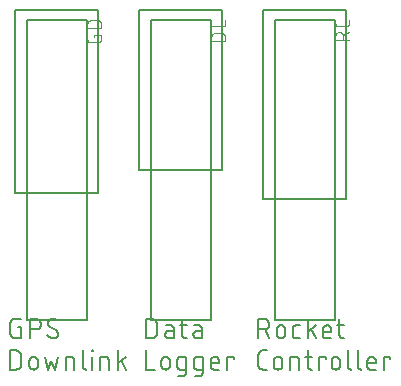
<source format=gbr>
G04 EAGLE Gerber RS-274X export*
G75*
%MOMM*%
%FSLAX34Y34*%
%LPD*%
%INSilkscreen Top*%
%IPPOS*%
%AMOC8*
5,1,8,0,0,1.08239X$1,22.5*%
G01*
%ADD10C,0.152400*%
%ADD11C,0.127000*%
%ADD12C,0.101600*%


D10*
X270762Y32432D02*
X270762Y48688D01*
X275278Y48688D01*
X275411Y48686D01*
X275543Y48680D01*
X275675Y48670D01*
X275807Y48657D01*
X275939Y48639D01*
X276069Y48618D01*
X276200Y48593D01*
X276329Y48564D01*
X276457Y48531D01*
X276585Y48495D01*
X276711Y48455D01*
X276836Y48411D01*
X276960Y48363D01*
X277082Y48312D01*
X277203Y48257D01*
X277322Y48199D01*
X277440Y48137D01*
X277555Y48072D01*
X277669Y48003D01*
X277780Y47932D01*
X277889Y47856D01*
X277996Y47778D01*
X278101Y47697D01*
X278203Y47612D01*
X278303Y47525D01*
X278400Y47435D01*
X278495Y47342D01*
X278586Y47246D01*
X278675Y47148D01*
X278761Y47047D01*
X278844Y46943D01*
X278924Y46837D01*
X279000Y46729D01*
X279074Y46619D01*
X279144Y46506D01*
X279211Y46392D01*
X279274Y46275D01*
X279334Y46157D01*
X279391Y46037D01*
X279444Y45915D01*
X279493Y45792D01*
X279539Y45668D01*
X279581Y45542D01*
X279619Y45415D01*
X279654Y45287D01*
X279685Y45158D01*
X279712Y45029D01*
X279735Y44898D01*
X279755Y44767D01*
X279770Y44635D01*
X279782Y44503D01*
X279790Y44371D01*
X279794Y44238D01*
X279794Y44106D01*
X279790Y43973D01*
X279782Y43841D01*
X279770Y43709D01*
X279755Y43577D01*
X279735Y43446D01*
X279712Y43315D01*
X279685Y43186D01*
X279654Y43057D01*
X279619Y42929D01*
X279581Y42802D01*
X279539Y42676D01*
X279493Y42552D01*
X279444Y42429D01*
X279391Y42307D01*
X279334Y42187D01*
X279274Y42069D01*
X279211Y41952D01*
X279144Y41838D01*
X279074Y41725D01*
X279000Y41615D01*
X278924Y41507D01*
X278844Y41401D01*
X278761Y41297D01*
X278675Y41196D01*
X278586Y41098D01*
X278495Y41002D01*
X278400Y40909D01*
X278303Y40819D01*
X278203Y40732D01*
X278101Y40647D01*
X277996Y40566D01*
X277889Y40488D01*
X277780Y40412D01*
X277669Y40341D01*
X277555Y40272D01*
X277440Y40207D01*
X277322Y40145D01*
X277203Y40087D01*
X277082Y40032D01*
X276960Y39981D01*
X276836Y39933D01*
X276711Y39889D01*
X276585Y39849D01*
X276457Y39813D01*
X276329Y39780D01*
X276200Y39751D01*
X276069Y39726D01*
X275939Y39705D01*
X275807Y39687D01*
X275675Y39674D01*
X275543Y39664D01*
X275411Y39658D01*
X275278Y39656D01*
X275278Y39657D02*
X270762Y39657D01*
X276181Y39657D02*
X279793Y32432D01*
X286163Y36044D02*
X286163Y39657D01*
X286165Y39776D01*
X286171Y39896D01*
X286181Y40015D01*
X286195Y40133D01*
X286212Y40252D01*
X286234Y40369D01*
X286259Y40486D01*
X286289Y40601D01*
X286322Y40716D01*
X286359Y40830D01*
X286399Y40942D01*
X286444Y41053D01*
X286492Y41162D01*
X286543Y41270D01*
X286598Y41376D01*
X286657Y41480D01*
X286719Y41582D01*
X286784Y41682D01*
X286853Y41780D01*
X286925Y41876D01*
X287000Y41969D01*
X287077Y42059D01*
X287158Y42147D01*
X287242Y42232D01*
X287329Y42314D01*
X287418Y42394D01*
X287510Y42470D01*
X287604Y42544D01*
X287701Y42614D01*
X287799Y42681D01*
X287900Y42745D01*
X288004Y42805D01*
X288109Y42862D01*
X288216Y42915D01*
X288324Y42965D01*
X288434Y43011D01*
X288546Y43053D01*
X288659Y43092D01*
X288773Y43127D01*
X288888Y43158D01*
X289005Y43186D01*
X289122Y43209D01*
X289239Y43229D01*
X289358Y43245D01*
X289477Y43257D01*
X289596Y43265D01*
X289715Y43269D01*
X289835Y43269D01*
X289954Y43265D01*
X290073Y43257D01*
X290192Y43245D01*
X290311Y43229D01*
X290428Y43209D01*
X290545Y43186D01*
X290662Y43158D01*
X290777Y43127D01*
X290891Y43092D01*
X291004Y43053D01*
X291116Y43011D01*
X291226Y42965D01*
X291334Y42915D01*
X291441Y42862D01*
X291546Y42805D01*
X291650Y42745D01*
X291751Y42681D01*
X291849Y42614D01*
X291946Y42544D01*
X292040Y42470D01*
X292132Y42394D01*
X292221Y42314D01*
X292308Y42232D01*
X292392Y42147D01*
X292473Y42059D01*
X292550Y41969D01*
X292625Y41876D01*
X292697Y41780D01*
X292766Y41682D01*
X292831Y41582D01*
X292893Y41480D01*
X292952Y41376D01*
X293007Y41270D01*
X293058Y41162D01*
X293106Y41053D01*
X293151Y40942D01*
X293191Y40830D01*
X293228Y40716D01*
X293261Y40601D01*
X293291Y40486D01*
X293316Y40369D01*
X293338Y40252D01*
X293355Y40133D01*
X293369Y40015D01*
X293379Y39896D01*
X293385Y39776D01*
X293387Y39657D01*
X293388Y39657D02*
X293388Y36044D01*
X293387Y36044D02*
X293385Y35925D01*
X293379Y35805D01*
X293369Y35686D01*
X293355Y35568D01*
X293338Y35449D01*
X293316Y35332D01*
X293291Y35215D01*
X293261Y35100D01*
X293228Y34985D01*
X293191Y34871D01*
X293151Y34759D01*
X293106Y34648D01*
X293058Y34539D01*
X293007Y34431D01*
X292952Y34325D01*
X292893Y34221D01*
X292831Y34119D01*
X292766Y34019D01*
X292697Y33921D01*
X292625Y33825D01*
X292550Y33732D01*
X292473Y33642D01*
X292392Y33554D01*
X292308Y33469D01*
X292221Y33387D01*
X292132Y33307D01*
X292040Y33231D01*
X291946Y33157D01*
X291849Y33087D01*
X291751Y33020D01*
X291650Y32956D01*
X291546Y32896D01*
X291441Y32839D01*
X291334Y32786D01*
X291226Y32736D01*
X291116Y32690D01*
X291004Y32648D01*
X290891Y32609D01*
X290777Y32574D01*
X290662Y32543D01*
X290545Y32515D01*
X290428Y32492D01*
X290311Y32472D01*
X290192Y32456D01*
X290073Y32444D01*
X289954Y32436D01*
X289835Y32432D01*
X289715Y32432D01*
X289596Y32436D01*
X289477Y32444D01*
X289358Y32456D01*
X289239Y32472D01*
X289122Y32492D01*
X289005Y32515D01*
X288888Y32543D01*
X288773Y32574D01*
X288659Y32609D01*
X288546Y32648D01*
X288434Y32690D01*
X288324Y32736D01*
X288216Y32786D01*
X288109Y32839D01*
X288004Y32896D01*
X287900Y32956D01*
X287799Y33020D01*
X287701Y33087D01*
X287604Y33157D01*
X287510Y33231D01*
X287418Y33307D01*
X287329Y33387D01*
X287242Y33469D01*
X287158Y33554D01*
X287077Y33642D01*
X287000Y33732D01*
X286925Y33825D01*
X286853Y33921D01*
X286784Y34019D01*
X286719Y34119D01*
X286657Y34221D01*
X286598Y34325D01*
X286543Y34431D01*
X286492Y34539D01*
X286444Y34648D01*
X286399Y34759D01*
X286359Y34871D01*
X286322Y34985D01*
X286289Y35100D01*
X286259Y35215D01*
X286234Y35332D01*
X286212Y35449D01*
X286195Y35568D01*
X286181Y35686D01*
X286171Y35805D01*
X286165Y35925D01*
X286163Y36044D01*
X302437Y32432D02*
X306049Y32432D01*
X302437Y32432D02*
X302336Y32434D01*
X302235Y32440D01*
X302134Y32449D01*
X302033Y32462D01*
X301933Y32479D01*
X301834Y32500D01*
X301736Y32524D01*
X301639Y32552D01*
X301542Y32584D01*
X301447Y32619D01*
X301354Y32658D01*
X301262Y32700D01*
X301171Y32746D01*
X301083Y32795D01*
X300996Y32847D01*
X300911Y32903D01*
X300828Y32961D01*
X300748Y33023D01*
X300670Y33088D01*
X300594Y33155D01*
X300521Y33225D01*
X300451Y33298D01*
X300384Y33374D01*
X300319Y33452D01*
X300257Y33532D01*
X300199Y33615D01*
X300143Y33700D01*
X300091Y33786D01*
X300042Y33875D01*
X299996Y33966D01*
X299954Y34058D01*
X299915Y34151D01*
X299880Y34246D01*
X299848Y34343D01*
X299820Y34440D01*
X299796Y34538D01*
X299775Y34637D01*
X299758Y34737D01*
X299745Y34838D01*
X299736Y34939D01*
X299730Y35040D01*
X299728Y35141D01*
X299727Y35141D02*
X299727Y40560D01*
X299728Y40560D02*
X299730Y40661D01*
X299736Y40762D01*
X299745Y40863D01*
X299758Y40964D01*
X299775Y41064D01*
X299796Y41163D01*
X299820Y41261D01*
X299848Y41358D01*
X299880Y41455D01*
X299915Y41550D01*
X299954Y41643D01*
X299996Y41735D01*
X300042Y41826D01*
X300091Y41915D01*
X300143Y42001D01*
X300199Y42086D01*
X300257Y42169D01*
X300319Y42249D01*
X300384Y42327D01*
X300451Y42403D01*
X300521Y42476D01*
X300594Y42546D01*
X300670Y42613D01*
X300748Y42678D01*
X300828Y42740D01*
X300911Y42798D01*
X300996Y42854D01*
X301083Y42906D01*
X301171Y42955D01*
X301262Y43001D01*
X301354Y43043D01*
X301447Y43082D01*
X301542Y43117D01*
X301639Y43149D01*
X301736Y43177D01*
X301834Y43201D01*
X301933Y43222D01*
X302033Y43239D01*
X302134Y43252D01*
X302235Y43261D01*
X302336Y43267D01*
X302437Y43269D01*
X306049Y43269D01*
X312384Y48688D02*
X312384Y32432D01*
X312384Y37851D02*
X319608Y43269D01*
X315544Y40108D02*
X319608Y32432D01*
X327950Y32432D02*
X332466Y32432D01*
X327950Y32432D02*
X327849Y32434D01*
X327748Y32440D01*
X327647Y32449D01*
X327546Y32462D01*
X327446Y32479D01*
X327347Y32500D01*
X327249Y32524D01*
X327152Y32552D01*
X327055Y32584D01*
X326960Y32619D01*
X326867Y32658D01*
X326775Y32700D01*
X326684Y32746D01*
X326596Y32795D01*
X326509Y32847D01*
X326424Y32903D01*
X326341Y32961D01*
X326261Y33023D01*
X326183Y33088D01*
X326107Y33155D01*
X326034Y33225D01*
X325964Y33298D01*
X325897Y33374D01*
X325832Y33452D01*
X325770Y33532D01*
X325712Y33615D01*
X325656Y33700D01*
X325604Y33786D01*
X325555Y33875D01*
X325509Y33966D01*
X325467Y34058D01*
X325428Y34151D01*
X325393Y34246D01*
X325361Y34343D01*
X325333Y34440D01*
X325309Y34538D01*
X325288Y34637D01*
X325271Y34737D01*
X325258Y34838D01*
X325249Y34939D01*
X325243Y35040D01*
X325241Y35141D01*
X325241Y39657D01*
X325243Y39776D01*
X325249Y39896D01*
X325259Y40015D01*
X325273Y40133D01*
X325290Y40252D01*
X325312Y40369D01*
X325337Y40486D01*
X325367Y40601D01*
X325400Y40716D01*
X325437Y40830D01*
X325477Y40942D01*
X325522Y41053D01*
X325570Y41162D01*
X325621Y41270D01*
X325676Y41376D01*
X325735Y41480D01*
X325797Y41582D01*
X325862Y41682D01*
X325931Y41780D01*
X326003Y41876D01*
X326078Y41969D01*
X326155Y42059D01*
X326236Y42147D01*
X326320Y42232D01*
X326407Y42314D01*
X326496Y42394D01*
X326588Y42470D01*
X326682Y42544D01*
X326779Y42614D01*
X326877Y42681D01*
X326978Y42745D01*
X327082Y42805D01*
X327187Y42862D01*
X327294Y42915D01*
X327402Y42965D01*
X327512Y43011D01*
X327624Y43053D01*
X327737Y43092D01*
X327851Y43127D01*
X327966Y43158D01*
X328083Y43186D01*
X328200Y43209D01*
X328317Y43229D01*
X328436Y43245D01*
X328555Y43257D01*
X328674Y43265D01*
X328793Y43269D01*
X328913Y43269D01*
X329032Y43265D01*
X329151Y43257D01*
X329270Y43245D01*
X329389Y43229D01*
X329506Y43209D01*
X329623Y43186D01*
X329740Y43158D01*
X329855Y43127D01*
X329969Y43092D01*
X330082Y43053D01*
X330194Y43011D01*
X330304Y42965D01*
X330412Y42915D01*
X330519Y42862D01*
X330624Y42805D01*
X330728Y42745D01*
X330829Y42681D01*
X330927Y42614D01*
X331024Y42544D01*
X331118Y42470D01*
X331210Y42394D01*
X331299Y42314D01*
X331386Y42232D01*
X331470Y42147D01*
X331551Y42059D01*
X331628Y41969D01*
X331703Y41876D01*
X331775Y41780D01*
X331844Y41682D01*
X331909Y41582D01*
X331971Y41480D01*
X332030Y41376D01*
X332085Y41270D01*
X332136Y41162D01*
X332184Y41053D01*
X332229Y40942D01*
X332269Y40830D01*
X332306Y40716D01*
X332339Y40601D01*
X332369Y40486D01*
X332394Y40369D01*
X332416Y40252D01*
X332433Y40133D01*
X332447Y40015D01*
X332457Y39896D01*
X332463Y39776D01*
X332465Y39657D01*
X332466Y39657D02*
X332466Y37851D01*
X325241Y37851D01*
X337491Y43269D02*
X342909Y43269D01*
X339297Y48688D02*
X339297Y35141D01*
X339299Y35040D01*
X339305Y34939D01*
X339314Y34838D01*
X339327Y34737D01*
X339344Y34637D01*
X339365Y34538D01*
X339389Y34440D01*
X339417Y34343D01*
X339449Y34246D01*
X339484Y34151D01*
X339523Y34058D01*
X339565Y33966D01*
X339611Y33875D01*
X339660Y33786D01*
X339712Y33700D01*
X339768Y33615D01*
X339826Y33532D01*
X339888Y33452D01*
X339953Y33374D01*
X340020Y33298D01*
X340090Y33225D01*
X340163Y33155D01*
X340239Y33088D01*
X340317Y33023D01*
X340397Y32961D01*
X340480Y32903D01*
X340565Y32847D01*
X340652Y32795D01*
X340740Y32746D01*
X340831Y32700D01*
X340923Y32658D01*
X341016Y32619D01*
X341111Y32584D01*
X341208Y32552D01*
X341305Y32524D01*
X341403Y32500D01*
X341502Y32479D01*
X341602Y32462D01*
X341703Y32449D01*
X341804Y32440D01*
X341905Y32434D01*
X342006Y32432D01*
X342909Y32432D01*
X277987Y5762D02*
X274374Y5762D01*
X274256Y5764D01*
X274138Y5770D01*
X274020Y5779D01*
X273903Y5793D01*
X273786Y5810D01*
X273669Y5831D01*
X273554Y5856D01*
X273439Y5885D01*
X273325Y5918D01*
X273213Y5954D01*
X273102Y5994D01*
X272992Y6037D01*
X272883Y6084D01*
X272776Y6134D01*
X272671Y6189D01*
X272568Y6246D01*
X272467Y6307D01*
X272367Y6371D01*
X272270Y6438D01*
X272175Y6508D01*
X272083Y6582D01*
X271992Y6658D01*
X271905Y6738D01*
X271820Y6820D01*
X271738Y6905D01*
X271658Y6992D01*
X271582Y7083D01*
X271508Y7175D01*
X271438Y7270D01*
X271371Y7367D01*
X271307Y7467D01*
X271246Y7568D01*
X271189Y7671D01*
X271134Y7776D01*
X271084Y7883D01*
X271037Y7992D01*
X270994Y8102D01*
X270954Y8213D01*
X270918Y8325D01*
X270885Y8439D01*
X270856Y8554D01*
X270831Y8669D01*
X270810Y8786D01*
X270793Y8903D01*
X270779Y9020D01*
X270770Y9138D01*
X270764Y9256D01*
X270762Y9374D01*
X270762Y18406D01*
X270764Y18524D01*
X270770Y18642D01*
X270779Y18760D01*
X270793Y18877D01*
X270810Y18994D01*
X270831Y19111D01*
X270856Y19226D01*
X270885Y19341D01*
X270918Y19455D01*
X270954Y19567D01*
X270994Y19678D01*
X271037Y19788D01*
X271084Y19897D01*
X271134Y20004D01*
X271188Y20109D01*
X271246Y20212D01*
X271307Y20313D01*
X271371Y20413D01*
X271438Y20510D01*
X271508Y20605D01*
X271582Y20697D01*
X271658Y20788D01*
X271738Y20875D01*
X271820Y20960D01*
X271905Y21042D01*
X271992Y21122D01*
X272083Y21198D01*
X272175Y21272D01*
X272270Y21342D01*
X272367Y21409D01*
X272467Y21473D01*
X272568Y21534D01*
X272671Y21591D01*
X272776Y21645D01*
X272883Y21696D01*
X272992Y21743D01*
X273102Y21786D01*
X273213Y21826D01*
X273325Y21862D01*
X273439Y21895D01*
X273554Y21924D01*
X273669Y21949D01*
X273786Y21970D01*
X273903Y21987D01*
X274020Y22001D01*
X274138Y22010D01*
X274256Y22016D01*
X274374Y22018D01*
X277987Y22018D01*
X283689Y12987D02*
X283689Y9374D01*
X283689Y12987D02*
X283691Y13106D01*
X283697Y13226D01*
X283707Y13345D01*
X283721Y13463D01*
X283738Y13582D01*
X283760Y13699D01*
X283785Y13816D01*
X283815Y13931D01*
X283848Y14046D01*
X283885Y14160D01*
X283925Y14272D01*
X283970Y14383D01*
X284018Y14492D01*
X284069Y14600D01*
X284124Y14706D01*
X284183Y14810D01*
X284245Y14912D01*
X284310Y15012D01*
X284379Y15110D01*
X284451Y15206D01*
X284526Y15299D01*
X284603Y15389D01*
X284684Y15477D01*
X284768Y15562D01*
X284855Y15644D01*
X284944Y15724D01*
X285036Y15800D01*
X285130Y15874D01*
X285227Y15944D01*
X285325Y16011D01*
X285426Y16075D01*
X285530Y16135D01*
X285635Y16192D01*
X285742Y16245D01*
X285850Y16295D01*
X285960Y16341D01*
X286072Y16383D01*
X286185Y16422D01*
X286299Y16457D01*
X286414Y16488D01*
X286531Y16516D01*
X286648Y16539D01*
X286765Y16559D01*
X286884Y16575D01*
X287003Y16587D01*
X287122Y16595D01*
X287241Y16599D01*
X287361Y16599D01*
X287480Y16595D01*
X287599Y16587D01*
X287718Y16575D01*
X287837Y16559D01*
X287954Y16539D01*
X288071Y16516D01*
X288188Y16488D01*
X288303Y16457D01*
X288417Y16422D01*
X288530Y16383D01*
X288642Y16341D01*
X288752Y16295D01*
X288860Y16245D01*
X288967Y16192D01*
X289072Y16135D01*
X289176Y16075D01*
X289277Y16011D01*
X289375Y15944D01*
X289472Y15874D01*
X289566Y15800D01*
X289658Y15724D01*
X289747Y15644D01*
X289834Y15562D01*
X289918Y15477D01*
X289999Y15389D01*
X290076Y15299D01*
X290151Y15206D01*
X290223Y15110D01*
X290292Y15012D01*
X290357Y14912D01*
X290419Y14810D01*
X290478Y14706D01*
X290533Y14600D01*
X290584Y14492D01*
X290632Y14383D01*
X290677Y14272D01*
X290717Y14160D01*
X290754Y14046D01*
X290787Y13931D01*
X290817Y13816D01*
X290842Y13699D01*
X290864Y13582D01*
X290881Y13463D01*
X290895Y13345D01*
X290905Y13226D01*
X290911Y13106D01*
X290913Y12987D01*
X290913Y9374D01*
X290911Y9255D01*
X290905Y9135D01*
X290895Y9016D01*
X290881Y8898D01*
X290864Y8779D01*
X290842Y8662D01*
X290817Y8545D01*
X290787Y8430D01*
X290754Y8315D01*
X290717Y8201D01*
X290677Y8089D01*
X290632Y7978D01*
X290584Y7869D01*
X290533Y7761D01*
X290478Y7655D01*
X290419Y7551D01*
X290357Y7449D01*
X290292Y7349D01*
X290223Y7251D01*
X290151Y7155D01*
X290076Y7062D01*
X289999Y6972D01*
X289918Y6884D01*
X289834Y6799D01*
X289747Y6717D01*
X289658Y6637D01*
X289566Y6561D01*
X289472Y6487D01*
X289375Y6417D01*
X289277Y6350D01*
X289176Y6286D01*
X289072Y6226D01*
X288967Y6169D01*
X288860Y6116D01*
X288752Y6066D01*
X288642Y6020D01*
X288530Y5978D01*
X288417Y5939D01*
X288303Y5904D01*
X288188Y5873D01*
X288071Y5845D01*
X287954Y5822D01*
X287837Y5802D01*
X287718Y5786D01*
X287599Y5774D01*
X287480Y5766D01*
X287361Y5762D01*
X287241Y5762D01*
X287122Y5766D01*
X287003Y5774D01*
X286884Y5786D01*
X286765Y5802D01*
X286648Y5822D01*
X286531Y5845D01*
X286414Y5873D01*
X286299Y5904D01*
X286185Y5939D01*
X286072Y5978D01*
X285960Y6020D01*
X285850Y6066D01*
X285742Y6116D01*
X285635Y6169D01*
X285530Y6226D01*
X285426Y6286D01*
X285325Y6350D01*
X285227Y6417D01*
X285130Y6487D01*
X285036Y6561D01*
X284944Y6637D01*
X284855Y6717D01*
X284768Y6799D01*
X284684Y6884D01*
X284603Y6972D01*
X284526Y7062D01*
X284451Y7155D01*
X284379Y7251D01*
X284310Y7349D01*
X284245Y7449D01*
X284183Y7551D01*
X284124Y7655D01*
X284069Y7761D01*
X284018Y7869D01*
X283970Y7978D01*
X283925Y8089D01*
X283885Y8201D01*
X283848Y8315D01*
X283815Y8430D01*
X283785Y8545D01*
X283760Y8662D01*
X283738Y8779D01*
X283721Y8898D01*
X283707Y9016D01*
X283697Y9135D01*
X283691Y9255D01*
X283689Y9374D01*
X297757Y5762D02*
X297757Y16599D01*
X302272Y16599D01*
X302376Y16597D01*
X302479Y16591D01*
X302583Y16581D01*
X302686Y16567D01*
X302788Y16549D01*
X302889Y16528D01*
X302990Y16502D01*
X303089Y16473D01*
X303188Y16440D01*
X303285Y16403D01*
X303380Y16362D01*
X303474Y16318D01*
X303566Y16270D01*
X303656Y16219D01*
X303745Y16164D01*
X303831Y16106D01*
X303914Y16044D01*
X303996Y15980D01*
X304074Y15912D01*
X304150Y15842D01*
X304224Y15769D01*
X304294Y15692D01*
X304362Y15614D01*
X304426Y15532D01*
X304488Y15449D01*
X304546Y15363D01*
X304601Y15274D01*
X304652Y15184D01*
X304700Y15092D01*
X304744Y14998D01*
X304785Y14903D01*
X304822Y14806D01*
X304855Y14707D01*
X304884Y14608D01*
X304910Y14507D01*
X304931Y14406D01*
X304949Y14304D01*
X304963Y14201D01*
X304973Y14097D01*
X304979Y13994D01*
X304981Y13890D01*
X304982Y13890D02*
X304982Y5762D01*
X310527Y16599D02*
X315946Y16599D01*
X312334Y22018D02*
X312334Y8471D01*
X312336Y8370D01*
X312342Y8269D01*
X312351Y8168D01*
X312364Y8067D01*
X312381Y7967D01*
X312402Y7868D01*
X312426Y7770D01*
X312454Y7673D01*
X312486Y7576D01*
X312521Y7481D01*
X312560Y7388D01*
X312602Y7296D01*
X312648Y7205D01*
X312697Y7116D01*
X312749Y7030D01*
X312805Y6945D01*
X312863Y6862D01*
X312925Y6782D01*
X312990Y6704D01*
X313057Y6628D01*
X313127Y6555D01*
X313200Y6485D01*
X313276Y6418D01*
X313354Y6353D01*
X313434Y6291D01*
X313517Y6233D01*
X313602Y6177D01*
X313689Y6125D01*
X313777Y6076D01*
X313868Y6030D01*
X313960Y5988D01*
X314053Y5949D01*
X314148Y5914D01*
X314245Y5882D01*
X314342Y5854D01*
X314440Y5830D01*
X314539Y5809D01*
X314639Y5792D01*
X314740Y5779D01*
X314841Y5770D01*
X314942Y5764D01*
X315043Y5762D01*
X315946Y5762D01*
X322330Y5762D02*
X322330Y16599D01*
X327749Y16599D01*
X327749Y14793D01*
X332666Y12987D02*
X332666Y9374D01*
X332667Y12987D02*
X332669Y13106D01*
X332675Y13226D01*
X332685Y13345D01*
X332699Y13463D01*
X332716Y13582D01*
X332738Y13699D01*
X332763Y13816D01*
X332793Y13931D01*
X332826Y14046D01*
X332863Y14160D01*
X332903Y14272D01*
X332948Y14383D01*
X332996Y14492D01*
X333047Y14600D01*
X333102Y14706D01*
X333161Y14810D01*
X333223Y14912D01*
X333288Y15012D01*
X333357Y15110D01*
X333429Y15206D01*
X333504Y15299D01*
X333581Y15389D01*
X333662Y15477D01*
X333746Y15562D01*
X333833Y15644D01*
X333922Y15724D01*
X334014Y15800D01*
X334108Y15874D01*
X334205Y15944D01*
X334303Y16011D01*
X334404Y16075D01*
X334508Y16135D01*
X334613Y16192D01*
X334720Y16245D01*
X334828Y16295D01*
X334938Y16341D01*
X335050Y16383D01*
X335163Y16422D01*
X335277Y16457D01*
X335392Y16488D01*
X335509Y16516D01*
X335626Y16539D01*
X335743Y16559D01*
X335862Y16575D01*
X335981Y16587D01*
X336100Y16595D01*
X336219Y16599D01*
X336339Y16599D01*
X336458Y16595D01*
X336577Y16587D01*
X336696Y16575D01*
X336815Y16559D01*
X336932Y16539D01*
X337049Y16516D01*
X337166Y16488D01*
X337281Y16457D01*
X337395Y16422D01*
X337508Y16383D01*
X337620Y16341D01*
X337730Y16295D01*
X337838Y16245D01*
X337945Y16192D01*
X338050Y16135D01*
X338154Y16075D01*
X338255Y16011D01*
X338353Y15944D01*
X338450Y15874D01*
X338544Y15800D01*
X338636Y15724D01*
X338725Y15644D01*
X338812Y15562D01*
X338896Y15477D01*
X338977Y15389D01*
X339054Y15299D01*
X339129Y15206D01*
X339201Y15110D01*
X339270Y15012D01*
X339335Y14912D01*
X339397Y14810D01*
X339456Y14706D01*
X339511Y14600D01*
X339562Y14492D01*
X339610Y14383D01*
X339655Y14272D01*
X339695Y14160D01*
X339732Y14046D01*
X339765Y13931D01*
X339795Y13816D01*
X339820Y13699D01*
X339842Y13582D01*
X339859Y13463D01*
X339873Y13345D01*
X339883Y13226D01*
X339889Y13106D01*
X339891Y12987D01*
X339891Y9374D01*
X339889Y9255D01*
X339883Y9135D01*
X339873Y9016D01*
X339859Y8898D01*
X339842Y8779D01*
X339820Y8662D01*
X339795Y8545D01*
X339765Y8430D01*
X339732Y8315D01*
X339695Y8201D01*
X339655Y8089D01*
X339610Y7978D01*
X339562Y7869D01*
X339511Y7761D01*
X339456Y7655D01*
X339397Y7551D01*
X339335Y7449D01*
X339270Y7349D01*
X339201Y7251D01*
X339129Y7155D01*
X339054Y7062D01*
X338977Y6972D01*
X338896Y6884D01*
X338812Y6799D01*
X338725Y6717D01*
X338636Y6637D01*
X338544Y6561D01*
X338450Y6487D01*
X338353Y6417D01*
X338255Y6350D01*
X338154Y6286D01*
X338050Y6226D01*
X337945Y6169D01*
X337838Y6116D01*
X337730Y6066D01*
X337620Y6020D01*
X337508Y5978D01*
X337395Y5939D01*
X337281Y5904D01*
X337166Y5873D01*
X337049Y5845D01*
X336932Y5822D01*
X336815Y5802D01*
X336696Y5786D01*
X336577Y5774D01*
X336458Y5766D01*
X336339Y5762D01*
X336219Y5762D01*
X336100Y5766D01*
X335981Y5774D01*
X335862Y5786D01*
X335743Y5802D01*
X335626Y5822D01*
X335509Y5845D01*
X335392Y5873D01*
X335277Y5904D01*
X335163Y5939D01*
X335050Y5978D01*
X334938Y6020D01*
X334828Y6066D01*
X334720Y6116D01*
X334613Y6169D01*
X334508Y6226D01*
X334404Y6286D01*
X334303Y6350D01*
X334205Y6417D01*
X334108Y6487D01*
X334014Y6561D01*
X333922Y6637D01*
X333833Y6717D01*
X333746Y6799D01*
X333662Y6884D01*
X333581Y6972D01*
X333504Y7062D01*
X333429Y7155D01*
X333357Y7251D01*
X333288Y7349D01*
X333223Y7449D01*
X333161Y7551D01*
X333102Y7655D01*
X333047Y7761D01*
X332996Y7869D01*
X332948Y7978D01*
X332903Y8089D01*
X332863Y8201D01*
X332826Y8315D01*
X332793Y8430D01*
X332763Y8545D01*
X332738Y8662D01*
X332716Y8779D01*
X332699Y8898D01*
X332685Y9016D01*
X332675Y9135D01*
X332669Y9255D01*
X332667Y9374D01*
X346450Y8471D02*
X346450Y22018D01*
X346451Y8471D02*
X346453Y8370D01*
X346459Y8269D01*
X346468Y8168D01*
X346481Y8067D01*
X346498Y7967D01*
X346519Y7868D01*
X346543Y7770D01*
X346571Y7673D01*
X346603Y7576D01*
X346638Y7481D01*
X346677Y7388D01*
X346719Y7296D01*
X346765Y7205D01*
X346814Y7116D01*
X346866Y7030D01*
X346922Y6945D01*
X346980Y6862D01*
X347042Y6782D01*
X347107Y6704D01*
X347174Y6628D01*
X347244Y6555D01*
X347317Y6485D01*
X347393Y6418D01*
X347471Y6353D01*
X347551Y6291D01*
X347634Y6233D01*
X347719Y6177D01*
X347806Y6125D01*
X347894Y6076D01*
X347985Y6030D01*
X348077Y5988D01*
X348170Y5949D01*
X348265Y5914D01*
X348362Y5882D01*
X348459Y5854D01*
X348557Y5830D01*
X348656Y5809D01*
X348756Y5792D01*
X348857Y5779D01*
X348958Y5770D01*
X349059Y5764D01*
X349160Y5762D01*
X354787Y8471D02*
X354787Y22018D01*
X354787Y8471D02*
X354789Y8370D01*
X354795Y8269D01*
X354804Y8168D01*
X354817Y8067D01*
X354834Y7967D01*
X354855Y7868D01*
X354879Y7770D01*
X354907Y7673D01*
X354939Y7576D01*
X354974Y7481D01*
X355013Y7388D01*
X355055Y7296D01*
X355101Y7205D01*
X355150Y7116D01*
X355202Y7030D01*
X355258Y6945D01*
X355316Y6862D01*
X355378Y6782D01*
X355443Y6704D01*
X355510Y6628D01*
X355580Y6555D01*
X355653Y6485D01*
X355729Y6418D01*
X355807Y6353D01*
X355887Y6291D01*
X355970Y6233D01*
X356055Y6177D01*
X356142Y6125D01*
X356230Y6076D01*
X356321Y6030D01*
X356413Y5988D01*
X356506Y5949D01*
X356601Y5914D01*
X356698Y5882D01*
X356795Y5854D01*
X356893Y5830D01*
X356992Y5809D01*
X357092Y5792D01*
X357193Y5779D01*
X357294Y5770D01*
X357395Y5764D01*
X357496Y5762D01*
X365596Y5762D02*
X370112Y5762D01*
X365596Y5762D02*
X365495Y5764D01*
X365394Y5770D01*
X365293Y5779D01*
X365192Y5792D01*
X365092Y5809D01*
X364993Y5830D01*
X364895Y5854D01*
X364798Y5882D01*
X364701Y5914D01*
X364606Y5949D01*
X364513Y5988D01*
X364421Y6030D01*
X364330Y6076D01*
X364242Y6125D01*
X364155Y6177D01*
X364070Y6233D01*
X363987Y6291D01*
X363907Y6353D01*
X363829Y6418D01*
X363753Y6485D01*
X363680Y6555D01*
X363610Y6628D01*
X363543Y6704D01*
X363478Y6782D01*
X363416Y6862D01*
X363358Y6945D01*
X363302Y7030D01*
X363250Y7116D01*
X363201Y7205D01*
X363155Y7296D01*
X363113Y7388D01*
X363074Y7481D01*
X363039Y7576D01*
X363007Y7673D01*
X362979Y7770D01*
X362955Y7868D01*
X362934Y7967D01*
X362917Y8067D01*
X362904Y8168D01*
X362895Y8269D01*
X362889Y8370D01*
X362887Y8471D01*
X362887Y12987D01*
X362889Y13106D01*
X362895Y13226D01*
X362905Y13345D01*
X362919Y13463D01*
X362936Y13582D01*
X362958Y13699D01*
X362983Y13816D01*
X363013Y13931D01*
X363046Y14046D01*
X363083Y14160D01*
X363123Y14272D01*
X363168Y14383D01*
X363216Y14492D01*
X363267Y14600D01*
X363322Y14706D01*
X363381Y14810D01*
X363443Y14912D01*
X363508Y15012D01*
X363577Y15110D01*
X363649Y15206D01*
X363724Y15299D01*
X363801Y15389D01*
X363882Y15477D01*
X363966Y15562D01*
X364053Y15644D01*
X364142Y15724D01*
X364234Y15800D01*
X364328Y15874D01*
X364425Y15944D01*
X364523Y16011D01*
X364624Y16075D01*
X364728Y16135D01*
X364833Y16192D01*
X364940Y16245D01*
X365048Y16295D01*
X365158Y16341D01*
X365270Y16383D01*
X365383Y16422D01*
X365497Y16457D01*
X365612Y16488D01*
X365729Y16516D01*
X365846Y16539D01*
X365963Y16559D01*
X366082Y16575D01*
X366201Y16587D01*
X366320Y16595D01*
X366439Y16599D01*
X366559Y16599D01*
X366678Y16595D01*
X366797Y16587D01*
X366916Y16575D01*
X367035Y16559D01*
X367152Y16539D01*
X367269Y16516D01*
X367386Y16488D01*
X367501Y16457D01*
X367615Y16422D01*
X367728Y16383D01*
X367840Y16341D01*
X367950Y16295D01*
X368058Y16245D01*
X368165Y16192D01*
X368270Y16135D01*
X368374Y16075D01*
X368475Y16011D01*
X368573Y15944D01*
X368670Y15874D01*
X368764Y15800D01*
X368856Y15724D01*
X368945Y15644D01*
X369032Y15562D01*
X369116Y15477D01*
X369197Y15389D01*
X369274Y15299D01*
X369349Y15206D01*
X369421Y15110D01*
X369490Y15012D01*
X369555Y14912D01*
X369617Y14810D01*
X369676Y14706D01*
X369731Y14600D01*
X369782Y14492D01*
X369830Y14383D01*
X369875Y14272D01*
X369915Y14160D01*
X369952Y14046D01*
X369985Y13931D01*
X370015Y13816D01*
X370040Y13699D01*
X370062Y13582D01*
X370079Y13463D01*
X370093Y13345D01*
X370103Y13226D01*
X370109Y13106D01*
X370111Y12987D01*
X370112Y12987D02*
X370112Y11181D01*
X362887Y11181D01*
X377040Y5762D02*
X377040Y16599D01*
X382458Y16599D01*
X382458Y14793D01*
X175762Y32432D02*
X175762Y48688D01*
X180278Y48688D01*
X180409Y48686D01*
X180541Y48680D01*
X180672Y48671D01*
X180802Y48657D01*
X180933Y48640D01*
X181062Y48619D01*
X181191Y48595D01*
X181319Y48566D01*
X181447Y48534D01*
X181573Y48498D01*
X181698Y48459D01*
X181823Y48416D01*
X181945Y48369D01*
X182067Y48319D01*
X182187Y48265D01*
X182305Y48208D01*
X182421Y48147D01*
X182536Y48083D01*
X182649Y48016D01*
X182760Y47945D01*
X182868Y47871D01*
X182975Y47794D01*
X183079Y47714D01*
X183181Y47631D01*
X183280Y47546D01*
X183377Y47457D01*
X183471Y47365D01*
X183563Y47271D01*
X183652Y47174D01*
X183737Y47075D01*
X183820Y46973D01*
X183900Y46869D01*
X183977Y46762D01*
X184051Y46654D01*
X184122Y46543D01*
X184189Y46430D01*
X184253Y46315D01*
X184314Y46199D01*
X184371Y46081D01*
X184425Y45961D01*
X184475Y45839D01*
X184522Y45717D01*
X184565Y45592D01*
X184604Y45467D01*
X184640Y45341D01*
X184672Y45213D01*
X184701Y45085D01*
X184725Y44956D01*
X184746Y44827D01*
X184763Y44696D01*
X184777Y44566D01*
X184786Y44435D01*
X184792Y44303D01*
X184794Y44172D01*
X184793Y44172D02*
X184793Y36948D01*
X184794Y36948D02*
X184792Y36817D01*
X184786Y36685D01*
X184777Y36554D01*
X184763Y36424D01*
X184746Y36293D01*
X184725Y36164D01*
X184701Y36035D01*
X184672Y35907D01*
X184640Y35779D01*
X184604Y35653D01*
X184565Y35528D01*
X184522Y35403D01*
X184475Y35281D01*
X184425Y35159D01*
X184371Y35039D01*
X184314Y34921D01*
X184253Y34805D01*
X184189Y34690D01*
X184122Y34577D01*
X184051Y34466D01*
X183977Y34358D01*
X183900Y34251D01*
X183820Y34147D01*
X183737Y34045D01*
X183652Y33946D01*
X183563Y33849D01*
X183471Y33755D01*
X183377Y33663D01*
X183280Y33574D01*
X183181Y33489D01*
X183079Y33406D01*
X182975Y33326D01*
X182868Y33249D01*
X182760Y33175D01*
X182649Y33104D01*
X182536Y33037D01*
X182421Y32973D01*
X182305Y32912D01*
X182187Y32855D01*
X182067Y32801D01*
X181945Y32751D01*
X181823Y32704D01*
X181698Y32661D01*
X181573Y32622D01*
X181447Y32586D01*
X181319Y32554D01*
X181191Y32525D01*
X181062Y32501D01*
X180932Y32480D01*
X180802Y32463D01*
X180672Y32449D01*
X180541Y32440D01*
X180409Y32434D01*
X180278Y32432D01*
X175762Y32432D01*
X194863Y38754D02*
X198927Y38754D01*
X194863Y38754D02*
X194751Y38752D01*
X194640Y38746D01*
X194529Y38736D01*
X194418Y38723D01*
X194308Y38705D01*
X194199Y38683D01*
X194090Y38658D01*
X193982Y38629D01*
X193876Y38596D01*
X193770Y38559D01*
X193666Y38519D01*
X193564Y38475D01*
X193463Y38427D01*
X193364Y38376D01*
X193266Y38321D01*
X193171Y38263D01*
X193078Y38202D01*
X192987Y38137D01*
X192898Y38069D01*
X192812Y37998D01*
X192729Y37925D01*
X192648Y37848D01*
X192569Y37768D01*
X192494Y37686D01*
X192422Y37601D01*
X192352Y37514D01*
X192286Y37424D01*
X192223Y37332D01*
X192163Y37237D01*
X192107Y37141D01*
X192054Y37043D01*
X192005Y36943D01*
X191959Y36841D01*
X191917Y36738D01*
X191878Y36633D01*
X191843Y36527D01*
X191812Y36420D01*
X191785Y36312D01*
X191761Y36203D01*
X191742Y36093D01*
X191726Y35983D01*
X191714Y35872D01*
X191706Y35760D01*
X191702Y35649D01*
X191702Y35537D01*
X191706Y35426D01*
X191714Y35314D01*
X191726Y35203D01*
X191742Y35093D01*
X191761Y34983D01*
X191785Y34874D01*
X191812Y34766D01*
X191843Y34659D01*
X191878Y34553D01*
X191917Y34448D01*
X191959Y34345D01*
X192005Y34243D01*
X192054Y34143D01*
X192107Y34045D01*
X192163Y33949D01*
X192223Y33854D01*
X192286Y33762D01*
X192352Y33672D01*
X192422Y33585D01*
X192494Y33500D01*
X192569Y33418D01*
X192648Y33338D01*
X192729Y33261D01*
X192812Y33188D01*
X192898Y33117D01*
X192987Y33049D01*
X193078Y32984D01*
X193171Y32923D01*
X193266Y32865D01*
X193364Y32810D01*
X193463Y32759D01*
X193564Y32711D01*
X193666Y32667D01*
X193770Y32627D01*
X193876Y32590D01*
X193982Y32557D01*
X194090Y32528D01*
X194199Y32503D01*
X194308Y32481D01*
X194418Y32463D01*
X194529Y32450D01*
X194640Y32440D01*
X194751Y32434D01*
X194863Y32432D01*
X198927Y32432D01*
X198927Y40560D01*
X198925Y40661D01*
X198919Y40762D01*
X198910Y40863D01*
X198897Y40964D01*
X198880Y41064D01*
X198859Y41163D01*
X198835Y41261D01*
X198807Y41358D01*
X198775Y41455D01*
X198740Y41550D01*
X198701Y41643D01*
X198659Y41735D01*
X198613Y41826D01*
X198564Y41915D01*
X198512Y42001D01*
X198456Y42086D01*
X198398Y42169D01*
X198336Y42249D01*
X198271Y42327D01*
X198204Y42403D01*
X198134Y42476D01*
X198061Y42546D01*
X197985Y42613D01*
X197907Y42678D01*
X197827Y42740D01*
X197744Y42798D01*
X197659Y42854D01*
X197573Y42906D01*
X197484Y42955D01*
X197393Y43001D01*
X197301Y43043D01*
X197208Y43082D01*
X197113Y43117D01*
X197016Y43149D01*
X196919Y43177D01*
X196821Y43201D01*
X196722Y43222D01*
X196622Y43239D01*
X196521Y43252D01*
X196420Y43261D01*
X196319Y43267D01*
X196218Y43269D01*
X192605Y43269D01*
X204546Y43269D02*
X209965Y43269D01*
X206352Y48688D02*
X206352Y35141D01*
X206353Y35141D02*
X206355Y35040D01*
X206361Y34939D01*
X206370Y34838D01*
X206383Y34737D01*
X206400Y34637D01*
X206421Y34538D01*
X206445Y34440D01*
X206473Y34343D01*
X206505Y34246D01*
X206540Y34151D01*
X206579Y34058D01*
X206621Y33966D01*
X206667Y33875D01*
X206716Y33786D01*
X206768Y33700D01*
X206824Y33615D01*
X206882Y33532D01*
X206944Y33452D01*
X207009Y33374D01*
X207076Y33298D01*
X207146Y33225D01*
X207219Y33155D01*
X207295Y33088D01*
X207373Y33023D01*
X207453Y32961D01*
X207536Y32903D01*
X207621Y32847D01*
X207708Y32795D01*
X207796Y32746D01*
X207887Y32700D01*
X207979Y32658D01*
X208072Y32619D01*
X208167Y32584D01*
X208264Y32552D01*
X208361Y32524D01*
X208459Y32500D01*
X208558Y32479D01*
X208658Y32462D01*
X208759Y32449D01*
X208860Y32440D01*
X208961Y32434D01*
X209062Y32432D01*
X209965Y32432D01*
X218831Y38754D02*
X222895Y38754D01*
X218831Y38754D02*
X218719Y38752D01*
X218608Y38746D01*
X218497Y38736D01*
X218386Y38723D01*
X218276Y38705D01*
X218167Y38683D01*
X218058Y38658D01*
X217950Y38629D01*
X217844Y38596D01*
X217738Y38559D01*
X217634Y38519D01*
X217532Y38475D01*
X217431Y38427D01*
X217332Y38376D01*
X217234Y38321D01*
X217139Y38263D01*
X217046Y38202D01*
X216955Y38137D01*
X216866Y38069D01*
X216780Y37998D01*
X216697Y37925D01*
X216616Y37848D01*
X216537Y37768D01*
X216462Y37686D01*
X216390Y37601D01*
X216320Y37514D01*
X216254Y37424D01*
X216191Y37332D01*
X216131Y37237D01*
X216075Y37141D01*
X216022Y37043D01*
X215973Y36943D01*
X215927Y36841D01*
X215885Y36738D01*
X215846Y36633D01*
X215811Y36527D01*
X215780Y36420D01*
X215753Y36312D01*
X215729Y36203D01*
X215710Y36093D01*
X215694Y35983D01*
X215682Y35872D01*
X215674Y35760D01*
X215670Y35649D01*
X215670Y35537D01*
X215674Y35426D01*
X215682Y35314D01*
X215694Y35203D01*
X215710Y35093D01*
X215729Y34983D01*
X215753Y34874D01*
X215780Y34766D01*
X215811Y34659D01*
X215846Y34553D01*
X215885Y34448D01*
X215927Y34345D01*
X215973Y34243D01*
X216022Y34143D01*
X216075Y34045D01*
X216131Y33949D01*
X216191Y33854D01*
X216254Y33762D01*
X216320Y33672D01*
X216390Y33585D01*
X216462Y33500D01*
X216537Y33418D01*
X216616Y33338D01*
X216697Y33261D01*
X216780Y33188D01*
X216866Y33117D01*
X216955Y33049D01*
X217046Y32984D01*
X217139Y32923D01*
X217234Y32865D01*
X217332Y32810D01*
X217431Y32759D01*
X217532Y32711D01*
X217634Y32667D01*
X217738Y32627D01*
X217844Y32590D01*
X217950Y32557D01*
X218058Y32528D01*
X218167Y32503D01*
X218276Y32481D01*
X218386Y32463D01*
X218497Y32450D01*
X218608Y32440D01*
X218719Y32434D01*
X218831Y32432D01*
X222895Y32432D01*
X222895Y40560D01*
X222894Y40560D02*
X222892Y40661D01*
X222886Y40762D01*
X222877Y40863D01*
X222864Y40964D01*
X222847Y41064D01*
X222826Y41163D01*
X222802Y41261D01*
X222774Y41358D01*
X222742Y41455D01*
X222707Y41550D01*
X222668Y41643D01*
X222626Y41735D01*
X222580Y41826D01*
X222531Y41915D01*
X222479Y42001D01*
X222423Y42086D01*
X222365Y42169D01*
X222303Y42249D01*
X222238Y42327D01*
X222171Y42403D01*
X222101Y42476D01*
X222028Y42546D01*
X221952Y42613D01*
X221874Y42678D01*
X221794Y42740D01*
X221711Y42798D01*
X221626Y42854D01*
X221540Y42906D01*
X221451Y42955D01*
X221360Y43001D01*
X221268Y43043D01*
X221175Y43082D01*
X221080Y43117D01*
X220983Y43149D01*
X220886Y43177D01*
X220788Y43201D01*
X220689Y43222D01*
X220589Y43239D01*
X220488Y43252D01*
X220387Y43261D01*
X220286Y43267D01*
X220185Y43269D01*
X216573Y43269D01*
X175762Y22018D02*
X175762Y5762D01*
X182987Y5762D01*
X188619Y9374D02*
X188619Y12987D01*
X188620Y12987D02*
X188622Y13106D01*
X188628Y13226D01*
X188638Y13345D01*
X188652Y13463D01*
X188669Y13582D01*
X188691Y13699D01*
X188716Y13816D01*
X188746Y13931D01*
X188779Y14046D01*
X188816Y14160D01*
X188856Y14272D01*
X188901Y14383D01*
X188949Y14492D01*
X189000Y14600D01*
X189055Y14706D01*
X189114Y14810D01*
X189176Y14912D01*
X189241Y15012D01*
X189310Y15110D01*
X189382Y15206D01*
X189457Y15299D01*
X189534Y15389D01*
X189615Y15477D01*
X189699Y15562D01*
X189786Y15644D01*
X189875Y15724D01*
X189967Y15800D01*
X190061Y15874D01*
X190158Y15944D01*
X190256Y16011D01*
X190357Y16075D01*
X190461Y16135D01*
X190566Y16192D01*
X190673Y16245D01*
X190781Y16295D01*
X190891Y16341D01*
X191003Y16383D01*
X191116Y16422D01*
X191230Y16457D01*
X191345Y16488D01*
X191462Y16516D01*
X191579Y16539D01*
X191696Y16559D01*
X191815Y16575D01*
X191934Y16587D01*
X192053Y16595D01*
X192172Y16599D01*
X192292Y16599D01*
X192411Y16595D01*
X192530Y16587D01*
X192649Y16575D01*
X192768Y16559D01*
X192885Y16539D01*
X193002Y16516D01*
X193119Y16488D01*
X193234Y16457D01*
X193348Y16422D01*
X193461Y16383D01*
X193573Y16341D01*
X193683Y16295D01*
X193791Y16245D01*
X193898Y16192D01*
X194003Y16135D01*
X194107Y16075D01*
X194208Y16011D01*
X194306Y15944D01*
X194403Y15874D01*
X194497Y15800D01*
X194589Y15724D01*
X194678Y15644D01*
X194765Y15562D01*
X194849Y15477D01*
X194930Y15389D01*
X195007Y15299D01*
X195082Y15206D01*
X195154Y15110D01*
X195223Y15012D01*
X195288Y14912D01*
X195350Y14810D01*
X195409Y14706D01*
X195464Y14600D01*
X195515Y14492D01*
X195563Y14383D01*
X195608Y14272D01*
X195648Y14160D01*
X195685Y14046D01*
X195718Y13931D01*
X195748Y13816D01*
X195773Y13699D01*
X195795Y13582D01*
X195812Y13463D01*
X195826Y13345D01*
X195836Y13226D01*
X195842Y13106D01*
X195844Y12987D01*
X195844Y9374D01*
X195842Y9255D01*
X195836Y9135D01*
X195826Y9016D01*
X195812Y8898D01*
X195795Y8779D01*
X195773Y8662D01*
X195748Y8545D01*
X195718Y8430D01*
X195685Y8315D01*
X195648Y8201D01*
X195608Y8089D01*
X195563Y7978D01*
X195515Y7869D01*
X195464Y7761D01*
X195409Y7655D01*
X195350Y7551D01*
X195288Y7449D01*
X195223Y7349D01*
X195154Y7251D01*
X195082Y7155D01*
X195007Y7062D01*
X194930Y6972D01*
X194849Y6884D01*
X194765Y6799D01*
X194678Y6717D01*
X194589Y6637D01*
X194497Y6561D01*
X194403Y6487D01*
X194306Y6417D01*
X194208Y6350D01*
X194107Y6286D01*
X194003Y6226D01*
X193898Y6169D01*
X193791Y6116D01*
X193683Y6066D01*
X193573Y6020D01*
X193461Y5978D01*
X193348Y5939D01*
X193234Y5904D01*
X193119Y5873D01*
X193002Y5845D01*
X192885Y5822D01*
X192768Y5802D01*
X192649Y5786D01*
X192530Y5774D01*
X192411Y5766D01*
X192292Y5762D01*
X192172Y5762D01*
X192053Y5766D01*
X191934Y5774D01*
X191815Y5786D01*
X191696Y5802D01*
X191579Y5822D01*
X191462Y5845D01*
X191345Y5873D01*
X191230Y5904D01*
X191116Y5939D01*
X191003Y5978D01*
X190891Y6020D01*
X190781Y6066D01*
X190673Y6116D01*
X190566Y6169D01*
X190461Y6226D01*
X190357Y6286D01*
X190256Y6350D01*
X190158Y6417D01*
X190061Y6487D01*
X189967Y6561D01*
X189875Y6637D01*
X189786Y6717D01*
X189699Y6799D01*
X189615Y6884D01*
X189534Y6972D01*
X189457Y7062D01*
X189382Y7155D01*
X189310Y7251D01*
X189241Y7349D01*
X189176Y7449D01*
X189114Y7551D01*
X189055Y7655D01*
X189000Y7761D01*
X188949Y7869D01*
X188901Y7978D01*
X188856Y8089D01*
X188816Y8201D01*
X188779Y8315D01*
X188746Y8430D01*
X188716Y8545D01*
X188691Y8662D01*
X188669Y8779D01*
X188652Y8898D01*
X188638Y9016D01*
X188628Y9135D01*
X188622Y9255D01*
X188620Y9374D01*
X204802Y5762D02*
X209318Y5762D01*
X204802Y5762D02*
X204701Y5764D01*
X204600Y5770D01*
X204499Y5779D01*
X204398Y5792D01*
X204298Y5809D01*
X204199Y5830D01*
X204101Y5854D01*
X204004Y5882D01*
X203907Y5914D01*
X203812Y5949D01*
X203719Y5988D01*
X203627Y6030D01*
X203536Y6076D01*
X203448Y6125D01*
X203361Y6177D01*
X203276Y6233D01*
X203193Y6291D01*
X203113Y6353D01*
X203035Y6418D01*
X202959Y6485D01*
X202886Y6555D01*
X202816Y6628D01*
X202749Y6704D01*
X202684Y6782D01*
X202622Y6862D01*
X202564Y6945D01*
X202508Y7030D01*
X202456Y7116D01*
X202407Y7205D01*
X202361Y7296D01*
X202319Y7388D01*
X202280Y7481D01*
X202245Y7576D01*
X202213Y7673D01*
X202185Y7770D01*
X202161Y7868D01*
X202140Y7967D01*
X202123Y8067D01*
X202110Y8168D01*
X202101Y8269D01*
X202095Y8370D01*
X202093Y8471D01*
X202093Y13890D01*
X202095Y13991D01*
X202101Y14092D01*
X202110Y14193D01*
X202123Y14294D01*
X202140Y14394D01*
X202161Y14493D01*
X202185Y14591D01*
X202213Y14688D01*
X202245Y14785D01*
X202280Y14880D01*
X202319Y14973D01*
X202361Y15065D01*
X202407Y15156D01*
X202456Y15244D01*
X202508Y15331D01*
X202564Y15416D01*
X202622Y15499D01*
X202684Y15579D01*
X202749Y15657D01*
X202816Y15733D01*
X202886Y15806D01*
X202959Y15876D01*
X203035Y15943D01*
X203113Y16008D01*
X203193Y16070D01*
X203276Y16128D01*
X203361Y16184D01*
X203448Y16236D01*
X203536Y16285D01*
X203627Y16331D01*
X203719Y16373D01*
X203812Y16412D01*
X203907Y16447D01*
X204004Y16479D01*
X204101Y16507D01*
X204199Y16531D01*
X204298Y16552D01*
X204398Y16569D01*
X204499Y16582D01*
X204600Y16591D01*
X204701Y16597D01*
X204802Y16599D01*
X209318Y16599D01*
X209318Y3053D01*
X209316Y2949D01*
X209310Y2846D01*
X209300Y2742D01*
X209286Y2639D01*
X209268Y2537D01*
X209247Y2436D01*
X209221Y2335D01*
X209192Y2236D01*
X209159Y2137D01*
X209122Y2040D01*
X209081Y1945D01*
X209037Y1851D01*
X208989Y1759D01*
X208938Y1669D01*
X208883Y1580D01*
X208825Y1494D01*
X208763Y1411D01*
X208699Y1329D01*
X208631Y1251D01*
X208561Y1175D01*
X208488Y1101D01*
X208411Y1031D01*
X208333Y963D01*
X208251Y899D01*
X208168Y837D01*
X208082Y779D01*
X207993Y724D01*
X207903Y673D01*
X207811Y625D01*
X207717Y581D01*
X207622Y540D01*
X207525Y503D01*
X207426Y470D01*
X207327Y441D01*
X207226Y415D01*
X207125Y394D01*
X207023Y376D01*
X206920Y362D01*
X206816Y352D01*
X206713Y346D01*
X206609Y344D01*
X206609Y343D02*
X202996Y343D01*
X218870Y5762D02*
X223386Y5762D01*
X218870Y5762D02*
X218769Y5764D01*
X218668Y5770D01*
X218567Y5779D01*
X218466Y5792D01*
X218366Y5809D01*
X218267Y5830D01*
X218169Y5854D01*
X218072Y5882D01*
X217975Y5914D01*
X217880Y5949D01*
X217787Y5988D01*
X217695Y6030D01*
X217604Y6076D01*
X217516Y6125D01*
X217429Y6177D01*
X217344Y6233D01*
X217261Y6291D01*
X217181Y6353D01*
X217103Y6418D01*
X217027Y6485D01*
X216954Y6555D01*
X216884Y6628D01*
X216817Y6704D01*
X216752Y6782D01*
X216690Y6862D01*
X216632Y6945D01*
X216576Y7030D01*
X216524Y7116D01*
X216475Y7205D01*
X216429Y7296D01*
X216387Y7388D01*
X216348Y7481D01*
X216313Y7576D01*
X216281Y7673D01*
X216253Y7770D01*
X216229Y7868D01*
X216208Y7967D01*
X216191Y8067D01*
X216178Y8168D01*
X216169Y8269D01*
X216163Y8370D01*
X216161Y8471D01*
X216161Y13890D01*
X216163Y13991D01*
X216169Y14092D01*
X216178Y14193D01*
X216191Y14294D01*
X216208Y14394D01*
X216229Y14493D01*
X216253Y14591D01*
X216281Y14688D01*
X216313Y14785D01*
X216348Y14880D01*
X216387Y14973D01*
X216429Y15065D01*
X216475Y15156D01*
X216524Y15244D01*
X216576Y15331D01*
X216632Y15416D01*
X216690Y15499D01*
X216752Y15579D01*
X216817Y15657D01*
X216884Y15733D01*
X216954Y15806D01*
X217027Y15876D01*
X217103Y15943D01*
X217181Y16008D01*
X217261Y16070D01*
X217344Y16128D01*
X217429Y16184D01*
X217516Y16236D01*
X217604Y16285D01*
X217695Y16331D01*
X217787Y16373D01*
X217880Y16412D01*
X217975Y16447D01*
X218072Y16479D01*
X218169Y16507D01*
X218267Y16531D01*
X218366Y16552D01*
X218466Y16569D01*
X218567Y16582D01*
X218668Y16591D01*
X218769Y16597D01*
X218870Y16599D01*
X223386Y16599D01*
X223386Y3053D01*
X223384Y2949D01*
X223378Y2846D01*
X223368Y2742D01*
X223354Y2639D01*
X223336Y2537D01*
X223315Y2436D01*
X223289Y2335D01*
X223260Y2236D01*
X223227Y2137D01*
X223190Y2040D01*
X223149Y1945D01*
X223105Y1851D01*
X223057Y1759D01*
X223006Y1669D01*
X222951Y1580D01*
X222893Y1494D01*
X222831Y1411D01*
X222767Y1329D01*
X222699Y1251D01*
X222629Y1175D01*
X222556Y1101D01*
X222479Y1031D01*
X222401Y963D01*
X222319Y899D01*
X222236Y837D01*
X222150Y779D01*
X222061Y724D01*
X221971Y673D01*
X221879Y625D01*
X221785Y581D01*
X221690Y540D01*
X221593Y503D01*
X221494Y470D01*
X221395Y441D01*
X221294Y415D01*
X221193Y394D01*
X221091Y376D01*
X220988Y362D01*
X220884Y352D01*
X220781Y346D01*
X220677Y344D01*
X220677Y343D02*
X217064Y343D01*
X233012Y5762D02*
X237527Y5762D01*
X233012Y5762D02*
X232911Y5764D01*
X232810Y5770D01*
X232709Y5779D01*
X232608Y5792D01*
X232508Y5809D01*
X232409Y5830D01*
X232311Y5854D01*
X232214Y5882D01*
X232117Y5914D01*
X232022Y5949D01*
X231929Y5988D01*
X231837Y6030D01*
X231746Y6076D01*
X231658Y6125D01*
X231571Y6177D01*
X231486Y6233D01*
X231403Y6291D01*
X231323Y6353D01*
X231245Y6418D01*
X231169Y6485D01*
X231096Y6555D01*
X231026Y6628D01*
X230959Y6704D01*
X230894Y6782D01*
X230832Y6862D01*
X230774Y6945D01*
X230718Y7030D01*
X230666Y7116D01*
X230617Y7205D01*
X230571Y7296D01*
X230529Y7388D01*
X230490Y7481D01*
X230455Y7576D01*
X230423Y7673D01*
X230395Y7770D01*
X230371Y7868D01*
X230350Y7967D01*
X230333Y8067D01*
X230320Y8168D01*
X230311Y8269D01*
X230305Y8370D01*
X230303Y8471D01*
X230303Y12987D01*
X230305Y13106D01*
X230311Y13226D01*
X230321Y13345D01*
X230335Y13463D01*
X230352Y13582D01*
X230374Y13699D01*
X230399Y13816D01*
X230429Y13931D01*
X230462Y14046D01*
X230499Y14160D01*
X230539Y14272D01*
X230584Y14383D01*
X230632Y14492D01*
X230683Y14600D01*
X230738Y14706D01*
X230797Y14810D01*
X230859Y14912D01*
X230924Y15012D01*
X230993Y15110D01*
X231065Y15206D01*
X231140Y15299D01*
X231217Y15389D01*
X231298Y15477D01*
X231382Y15562D01*
X231469Y15644D01*
X231558Y15724D01*
X231650Y15800D01*
X231744Y15874D01*
X231841Y15944D01*
X231939Y16011D01*
X232040Y16075D01*
X232144Y16135D01*
X232249Y16192D01*
X232356Y16245D01*
X232464Y16295D01*
X232574Y16341D01*
X232686Y16383D01*
X232799Y16422D01*
X232913Y16457D01*
X233028Y16488D01*
X233145Y16516D01*
X233262Y16539D01*
X233379Y16559D01*
X233498Y16575D01*
X233617Y16587D01*
X233736Y16595D01*
X233855Y16599D01*
X233975Y16599D01*
X234094Y16595D01*
X234213Y16587D01*
X234332Y16575D01*
X234451Y16559D01*
X234568Y16539D01*
X234685Y16516D01*
X234802Y16488D01*
X234917Y16457D01*
X235031Y16422D01*
X235144Y16383D01*
X235256Y16341D01*
X235366Y16295D01*
X235474Y16245D01*
X235581Y16192D01*
X235686Y16135D01*
X235790Y16075D01*
X235891Y16011D01*
X235989Y15944D01*
X236086Y15874D01*
X236180Y15800D01*
X236272Y15724D01*
X236361Y15644D01*
X236448Y15562D01*
X236532Y15477D01*
X236613Y15389D01*
X236690Y15299D01*
X236765Y15206D01*
X236837Y15110D01*
X236906Y15012D01*
X236971Y14912D01*
X237033Y14810D01*
X237092Y14706D01*
X237147Y14600D01*
X237198Y14492D01*
X237246Y14383D01*
X237291Y14272D01*
X237331Y14160D01*
X237368Y14046D01*
X237401Y13931D01*
X237431Y13816D01*
X237456Y13699D01*
X237478Y13582D01*
X237495Y13463D01*
X237509Y13345D01*
X237519Y13226D01*
X237525Y13106D01*
X237527Y12987D01*
X237527Y11181D01*
X230303Y11181D01*
X244455Y16599D02*
X244455Y5762D01*
X244455Y16599D02*
X249874Y16599D01*
X249874Y14793D01*
X69793Y41463D02*
X67084Y41463D01*
X69793Y41463D02*
X69793Y32432D01*
X64374Y32432D01*
X64256Y32434D01*
X64138Y32440D01*
X64020Y32449D01*
X63903Y32463D01*
X63786Y32480D01*
X63669Y32501D01*
X63554Y32526D01*
X63439Y32555D01*
X63325Y32588D01*
X63213Y32624D01*
X63102Y32664D01*
X62992Y32707D01*
X62883Y32754D01*
X62776Y32804D01*
X62671Y32859D01*
X62568Y32916D01*
X62467Y32977D01*
X62367Y33041D01*
X62270Y33108D01*
X62175Y33178D01*
X62083Y33252D01*
X61992Y33328D01*
X61905Y33408D01*
X61820Y33490D01*
X61738Y33575D01*
X61658Y33662D01*
X61582Y33753D01*
X61508Y33845D01*
X61438Y33940D01*
X61371Y34037D01*
X61307Y34137D01*
X61246Y34238D01*
X61189Y34341D01*
X61134Y34446D01*
X61084Y34553D01*
X61037Y34662D01*
X60994Y34772D01*
X60954Y34883D01*
X60918Y34995D01*
X60885Y35109D01*
X60856Y35224D01*
X60831Y35339D01*
X60810Y35456D01*
X60793Y35573D01*
X60779Y35690D01*
X60770Y35808D01*
X60764Y35926D01*
X60762Y36044D01*
X60762Y45076D01*
X60764Y45194D01*
X60770Y45312D01*
X60779Y45430D01*
X60793Y45547D01*
X60810Y45664D01*
X60831Y45781D01*
X60856Y45896D01*
X60885Y46011D01*
X60918Y46125D01*
X60954Y46237D01*
X60994Y46348D01*
X61037Y46458D01*
X61084Y46567D01*
X61134Y46674D01*
X61188Y46779D01*
X61246Y46882D01*
X61307Y46983D01*
X61371Y47083D01*
X61438Y47180D01*
X61508Y47275D01*
X61582Y47367D01*
X61658Y47458D01*
X61738Y47545D01*
X61820Y47630D01*
X61905Y47712D01*
X61992Y47792D01*
X62083Y47868D01*
X62175Y47942D01*
X62270Y48012D01*
X62367Y48079D01*
X62467Y48143D01*
X62568Y48204D01*
X62671Y48261D01*
X62776Y48315D01*
X62883Y48366D01*
X62992Y48413D01*
X63102Y48456D01*
X63213Y48496D01*
X63325Y48532D01*
X63439Y48565D01*
X63554Y48594D01*
X63669Y48619D01*
X63786Y48640D01*
X63903Y48657D01*
X64020Y48671D01*
X64138Y48680D01*
X64256Y48686D01*
X64374Y48688D01*
X69793Y48688D01*
X77646Y48688D02*
X77646Y32432D01*
X77646Y48688D02*
X82162Y48688D01*
X82295Y48686D01*
X82427Y48680D01*
X82559Y48670D01*
X82691Y48657D01*
X82823Y48639D01*
X82953Y48618D01*
X83084Y48593D01*
X83213Y48564D01*
X83341Y48531D01*
X83469Y48495D01*
X83595Y48455D01*
X83720Y48411D01*
X83844Y48363D01*
X83966Y48312D01*
X84087Y48257D01*
X84206Y48199D01*
X84324Y48137D01*
X84439Y48072D01*
X84553Y48003D01*
X84664Y47932D01*
X84773Y47856D01*
X84880Y47778D01*
X84985Y47697D01*
X85087Y47612D01*
X85187Y47525D01*
X85284Y47435D01*
X85379Y47342D01*
X85470Y47246D01*
X85559Y47148D01*
X85645Y47047D01*
X85728Y46943D01*
X85808Y46837D01*
X85884Y46729D01*
X85958Y46619D01*
X86028Y46506D01*
X86095Y46392D01*
X86158Y46275D01*
X86218Y46157D01*
X86275Y46037D01*
X86328Y45915D01*
X86377Y45792D01*
X86423Y45668D01*
X86465Y45542D01*
X86503Y45415D01*
X86538Y45287D01*
X86569Y45158D01*
X86596Y45029D01*
X86619Y44898D01*
X86639Y44767D01*
X86654Y44635D01*
X86666Y44503D01*
X86674Y44371D01*
X86678Y44238D01*
X86678Y44106D01*
X86674Y43973D01*
X86666Y43841D01*
X86654Y43709D01*
X86639Y43577D01*
X86619Y43446D01*
X86596Y43315D01*
X86569Y43186D01*
X86538Y43057D01*
X86503Y42929D01*
X86465Y42802D01*
X86423Y42676D01*
X86377Y42552D01*
X86328Y42429D01*
X86275Y42307D01*
X86218Y42187D01*
X86158Y42069D01*
X86095Y41952D01*
X86028Y41838D01*
X85958Y41725D01*
X85884Y41615D01*
X85808Y41507D01*
X85728Y41401D01*
X85645Y41297D01*
X85559Y41196D01*
X85470Y41098D01*
X85379Y41002D01*
X85284Y40909D01*
X85187Y40819D01*
X85087Y40732D01*
X84985Y40647D01*
X84880Y40566D01*
X84773Y40488D01*
X84664Y40412D01*
X84553Y40341D01*
X84439Y40272D01*
X84324Y40207D01*
X84206Y40145D01*
X84087Y40087D01*
X83966Y40032D01*
X83844Y39981D01*
X83720Y39933D01*
X83595Y39889D01*
X83469Y39849D01*
X83341Y39813D01*
X83213Y39780D01*
X83084Y39751D01*
X82953Y39726D01*
X82823Y39705D01*
X82691Y39687D01*
X82559Y39674D01*
X82427Y39664D01*
X82295Y39658D01*
X82162Y39656D01*
X82162Y39657D02*
X77646Y39657D01*
X97443Y32432D02*
X97561Y32434D01*
X97679Y32440D01*
X97797Y32449D01*
X97914Y32463D01*
X98031Y32480D01*
X98148Y32501D01*
X98263Y32526D01*
X98378Y32555D01*
X98492Y32588D01*
X98604Y32624D01*
X98715Y32664D01*
X98825Y32707D01*
X98934Y32754D01*
X99041Y32804D01*
X99146Y32859D01*
X99249Y32916D01*
X99350Y32977D01*
X99450Y33041D01*
X99547Y33108D01*
X99642Y33178D01*
X99734Y33252D01*
X99825Y33328D01*
X99912Y33408D01*
X99997Y33490D01*
X100079Y33575D01*
X100159Y33662D01*
X100235Y33753D01*
X100309Y33845D01*
X100379Y33940D01*
X100446Y34037D01*
X100510Y34137D01*
X100571Y34238D01*
X100628Y34341D01*
X100683Y34446D01*
X100733Y34553D01*
X100780Y34662D01*
X100823Y34772D01*
X100863Y34883D01*
X100899Y34995D01*
X100932Y35109D01*
X100961Y35224D01*
X100986Y35339D01*
X101007Y35456D01*
X101024Y35573D01*
X101038Y35690D01*
X101047Y35808D01*
X101053Y35926D01*
X101055Y36044D01*
X97443Y32432D02*
X97260Y32434D01*
X97078Y32441D01*
X96896Y32452D01*
X96714Y32467D01*
X96532Y32487D01*
X96351Y32510D01*
X96171Y32539D01*
X95991Y32571D01*
X95812Y32608D01*
X95635Y32649D01*
X95458Y32695D01*
X95282Y32744D01*
X95108Y32798D01*
X94934Y32856D01*
X94763Y32918D01*
X94593Y32984D01*
X94424Y33055D01*
X94257Y33129D01*
X94092Y33207D01*
X93929Y33289D01*
X93768Y33375D01*
X93609Y33465D01*
X93452Y33559D01*
X93298Y33656D01*
X93146Y33757D01*
X92996Y33862D01*
X92849Y33970D01*
X92705Y34081D01*
X92563Y34196D01*
X92424Y34315D01*
X92288Y34437D01*
X92155Y34562D01*
X92025Y34690D01*
X92476Y45076D02*
X92478Y45194D01*
X92484Y45312D01*
X92493Y45430D01*
X92507Y45547D01*
X92524Y45664D01*
X92545Y45781D01*
X92570Y45896D01*
X92599Y46011D01*
X92632Y46125D01*
X92668Y46237D01*
X92708Y46348D01*
X92751Y46458D01*
X92798Y46567D01*
X92848Y46674D01*
X92903Y46779D01*
X92960Y46882D01*
X93021Y46983D01*
X93085Y47083D01*
X93152Y47180D01*
X93222Y47275D01*
X93296Y47367D01*
X93372Y47458D01*
X93452Y47545D01*
X93534Y47630D01*
X93619Y47712D01*
X93706Y47792D01*
X93797Y47868D01*
X93889Y47942D01*
X93984Y48012D01*
X94081Y48079D01*
X94181Y48143D01*
X94282Y48204D01*
X94385Y48262D01*
X94490Y48316D01*
X94597Y48366D01*
X94706Y48413D01*
X94816Y48457D01*
X94927Y48496D01*
X95040Y48532D01*
X95153Y48565D01*
X95268Y48594D01*
X95383Y48619D01*
X95500Y48640D01*
X95617Y48657D01*
X95734Y48671D01*
X95852Y48680D01*
X95970Y48686D01*
X96088Y48688D01*
X96249Y48686D01*
X96411Y48680D01*
X96572Y48671D01*
X96733Y48657D01*
X96893Y48640D01*
X97053Y48619D01*
X97213Y48594D01*
X97372Y48565D01*
X97530Y48533D01*
X97687Y48497D01*
X97843Y48457D01*
X97999Y48413D01*
X98153Y48365D01*
X98306Y48314D01*
X98458Y48260D01*
X98609Y48201D01*
X98758Y48140D01*
X98905Y48074D01*
X99051Y48005D01*
X99196Y47933D01*
X99338Y47857D01*
X99479Y47778D01*
X99618Y47696D01*
X99754Y47610D01*
X99889Y47521D01*
X100022Y47429D01*
X100152Y47333D01*
X94282Y41915D02*
X94181Y41977D01*
X94081Y42042D01*
X93984Y42111D01*
X93889Y42183D01*
X93796Y42257D01*
X93706Y42335D01*
X93618Y42416D01*
X93533Y42499D01*
X93451Y42585D01*
X93372Y42674D01*
X93295Y42765D01*
X93222Y42859D01*
X93151Y42955D01*
X93084Y43053D01*
X93020Y43153D01*
X92959Y43256D01*
X92902Y43360D01*
X92848Y43466D01*
X92798Y43574D01*
X92751Y43683D01*
X92707Y43794D01*
X92667Y43906D01*
X92631Y44020D01*
X92599Y44134D01*
X92570Y44250D01*
X92545Y44366D01*
X92524Y44483D01*
X92507Y44601D01*
X92493Y44719D01*
X92484Y44838D01*
X92478Y44957D01*
X92476Y45076D01*
X99250Y39205D02*
X99351Y39143D01*
X99451Y39078D01*
X99548Y39009D01*
X99643Y38937D01*
X99736Y38863D01*
X99826Y38785D01*
X99914Y38704D01*
X99999Y38621D01*
X100081Y38535D01*
X100160Y38446D01*
X100237Y38355D01*
X100310Y38261D01*
X100381Y38165D01*
X100448Y38067D01*
X100512Y37967D01*
X100573Y37864D01*
X100630Y37760D01*
X100684Y37654D01*
X100734Y37546D01*
X100781Y37437D01*
X100825Y37326D01*
X100865Y37214D01*
X100901Y37100D01*
X100933Y36986D01*
X100962Y36870D01*
X100987Y36754D01*
X101008Y36637D01*
X101025Y36519D01*
X101039Y36401D01*
X101048Y36282D01*
X101054Y36163D01*
X101056Y36044D01*
X99249Y39205D02*
X94282Y41915D01*
X60762Y22018D02*
X60762Y5762D01*
X60762Y22018D02*
X65278Y22018D01*
X65409Y22016D01*
X65541Y22010D01*
X65672Y22001D01*
X65802Y21987D01*
X65933Y21970D01*
X66062Y21949D01*
X66191Y21925D01*
X66319Y21896D01*
X66447Y21864D01*
X66573Y21828D01*
X66698Y21789D01*
X66823Y21746D01*
X66945Y21699D01*
X67067Y21649D01*
X67187Y21595D01*
X67305Y21538D01*
X67421Y21477D01*
X67536Y21413D01*
X67649Y21346D01*
X67760Y21275D01*
X67868Y21201D01*
X67975Y21124D01*
X68079Y21044D01*
X68181Y20961D01*
X68280Y20876D01*
X68377Y20787D01*
X68471Y20695D01*
X68563Y20601D01*
X68652Y20504D01*
X68737Y20405D01*
X68820Y20303D01*
X68900Y20199D01*
X68977Y20092D01*
X69051Y19984D01*
X69122Y19873D01*
X69189Y19760D01*
X69253Y19645D01*
X69314Y19529D01*
X69371Y19411D01*
X69425Y19291D01*
X69475Y19169D01*
X69522Y19047D01*
X69565Y18922D01*
X69604Y18797D01*
X69640Y18671D01*
X69672Y18543D01*
X69701Y18415D01*
X69725Y18286D01*
X69746Y18157D01*
X69763Y18026D01*
X69777Y17896D01*
X69786Y17765D01*
X69792Y17633D01*
X69794Y17502D01*
X69793Y17502D02*
X69793Y10278D01*
X69794Y10278D02*
X69792Y10147D01*
X69786Y10015D01*
X69777Y9884D01*
X69763Y9754D01*
X69746Y9623D01*
X69725Y9494D01*
X69701Y9365D01*
X69672Y9237D01*
X69640Y9109D01*
X69604Y8983D01*
X69565Y8858D01*
X69522Y8733D01*
X69475Y8611D01*
X69425Y8489D01*
X69371Y8369D01*
X69314Y8251D01*
X69253Y8135D01*
X69189Y8020D01*
X69122Y7907D01*
X69051Y7796D01*
X68977Y7688D01*
X68900Y7581D01*
X68820Y7477D01*
X68737Y7375D01*
X68652Y7276D01*
X68563Y7179D01*
X68471Y7085D01*
X68377Y6993D01*
X68280Y6904D01*
X68181Y6819D01*
X68079Y6736D01*
X67975Y6656D01*
X67868Y6579D01*
X67760Y6505D01*
X67649Y6434D01*
X67536Y6367D01*
X67421Y6303D01*
X67305Y6242D01*
X67187Y6185D01*
X67067Y6131D01*
X66945Y6081D01*
X66823Y6034D01*
X66698Y5991D01*
X66573Y5952D01*
X66447Y5916D01*
X66319Y5884D01*
X66191Y5855D01*
X66062Y5831D01*
X65932Y5810D01*
X65802Y5793D01*
X65672Y5779D01*
X65541Y5770D01*
X65409Y5764D01*
X65278Y5762D01*
X60762Y5762D01*
X76775Y9374D02*
X76775Y12987D01*
X76776Y12987D02*
X76778Y13106D01*
X76784Y13226D01*
X76794Y13345D01*
X76808Y13463D01*
X76825Y13582D01*
X76847Y13699D01*
X76872Y13816D01*
X76902Y13931D01*
X76935Y14046D01*
X76972Y14160D01*
X77012Y14272D01*
X77057Y14383D01*
X77105Y14492D01*
X77156Y14600D01*
X77211Y14706D01*
X77270Y14810D01*
X77332Y14912D01*
X77397Y15012D01*
X77466Y15110D01*
X77538Y15206D01*
X77613Y15299D01*
X77690Y15389D01*
X77771Y15477D01*
X77855Y15562D01*
X77942Y15644D01*
X78031Y15724D01*
X78123Y15800D01*
X78217Y15874D01*
X78314Y15944D01*
X78412Y16011D01*
X78513Y16075D01*
X78617Y16135D01*
X78722Y16192D01*
X78829Y16245D01*
X78937Y16295D01*
X79047Y16341D01*
X79159Y16383D01*
X79272Y16422D01*
X79386Y16457D01*
X79501Y16488D01*
X79618Y16516D01*
X79735Y16539D01*
X79852Y16559D01*
X79971Y16575D01*
X80090Y16587D01*
X80209Y16595D01*
X80328Y16599D01*
X80448Y16599D01*
X80567Y16595D01*
X80686Y16587D01*
X80805Y16575D01*
X80924Y16559D01*
X81041Y16539D01*
X81158Y16516D01*
X81275Y16488D01*
X81390Y16457D01*
X81504Y16422D01*
X81617Y16383D01*
X81729Y16341D01*
X81839Y16295D01*
X81947Y16245D01*
X82054Y16192D01*
X82159Y16135D01*
X82263Y16075D01*
X82364Y16011D01*
X82462Y15944D01*
X82559Y15874D01*
X82653Y15800D01*
X82745Y15724D01*
X82834Y15644D01*
X82921Y15562D01*
X83005Y15477D01*
X83086Y15389D01*
X83163Y15299D01*
X83238Y15206D01*
X83310Y15110D01*
X83379Y15012D01*
X83444Y14912D01*
X83506Y14810D01*
X83565Y14706D01*
X83620Y14600D01*
X83671Y14492D01*
X83719Y14383D01*
X83764Y14272D01*
X83804Y14160D01*
X83841Y14046D01*
X83874Y13931D01*
X83904Y13816D01*
X83929Y13699D01*
X83951Y13582D01*
X83968Y13463D01*
X83982Y13345D01*
X83992Y13226D01*
X83998Y13106D01*
X84000Y12987D01*
X84000Y9374D01*
X83998Y9255D01*
X83992Y9135D01*
X83982Y9016D01*
X83968Y8898D01*
X83951Y8779D01*
X83929Y8662D01*
X83904Y8545D01*
X83874Y8430D01*
X83841Y8315D01*
X83804Y8201D01*
X83764Y8089D01*
X83719Y7978D01*
X83671Y7869D01*
X83620Y7761D01*
X83565Y7655D01*
X83506Y7551D01*
X83444Y7449D01*
X83379Y7349D01*
X83310Y7251D01*
X83238Y7155D01*
X83163Y7062D01*
X83086Y6972D01*
X83005Y6884D01*
X82921Y6799D01*
X82834Y6717D01*
X82745Y6637D01*
X82653Y6561D01*
X82559Y6487D01*
X82462Y6417D01*
X82364Y6350D01*
X82263Y6286D01*
X82159Y6226D01*
X82054Y6169D01*
X81947Y6116D01*
X81839Y6066D01*
X81729Y6020D01*
X81617Y5978D01*
X81504Y5939D01*
X81390Y5904D01*
X81275Y5873D01*
X81158Y5845D01*
X81041Y5822D01*
X80924Y5802D01*
X80805Y5786D01*
X80686Y5774D01*
X80567Y5766D01*
X80448Y5762D01*
X80328Y5762D01*
X80209Y5766D01*
X80090Y5774D01*
X79971Y5786D01*
X79852Y5802D01*
X79735Y5822D01*
X79618Y5845D01*
X79501Y5873D01*
X79386Y5904D01*
X79272Y5939D01*
X79159Y5978D01*
X79047Y6020D01*
X78937Y6066D01*
X78829Y6116D01*
X78722Y6169D01*
X78617Y6226D01*
X78513Y6286D01*
X78412Y6350D01*
X78314Y6417D01*
X78217Y6487D01*
X78123Y6561D01*
X78031Y6637D01*
X77942Y6717D01*
X77855Y6799D01*
X77771Y6884D01*
X77690Y6972D01*
X77613Y7062D01*
X77538Y7155D01*
X77466Y7251D01*
X77397Y7349D01*
X77332Y7449D01*
X77270Y7551D01*
X77211Y7655D01*
X77156Y7761D01*
X77105Y7869D01*
X77057Y7978D01*
X77012Y8089D01*
X76972Y8201D01*
X76935Y8315D01*
X76902Y8430D01*
X76872Y8545D01*
X76847Y8662D01*
X76825Y8779D01*
X76808Y8898D01*
X76794Y9016D01*
X76784Y9135D01*
X76778Y9255D01*
X76776Y9374D01*
X90079Y16599D02*
X92789Y5762D01*
X95498Y12987D01*
X98207Y5762D01*
X100917Y16599D01*
X107517Y16599D02*
X107517Y5762D01*
X107517Y16599D02*
X112032Y16599D01*
X112136Y16597D01*
X112239Y16591D01*
X112343Y16581D01*
X112446Y16567D01*
X112548Y16549D01*
X112649Y16528D01*
X112750Y16502D01*
X112849Y16473D01*
X112948Y16440D01*
X113045Y16403D01*
X113140Y16362D01*
X113234Y16318D01*
X113326Y16270D01*
X113416Y16219D01*
X113505Y16164D01*
X113591Y16106D01*
X113674Y16044D01*
X113756Y15980D01*
X113834Y15912D01*
X113910Y15842D01*
X113984Y15769D01*
X114054Y15692D01*
X114122Y15614D01*
X114186Y15532D01*
X114248Y15449D01*
X114306Y15363D01*
X114361Y15274D01*
X114412Y15184D01*
X114460Y15092D01*
X114504Y14998D01*
X114545Y14903D01*
X114582Y14806D01*
X114615Y14707D01*
X114644Y14608D01*
X114670Y14507D01*
X114691Y14406D01*
X114709Y14304D01*
X114723Y14201D01*
X114733Y14097D01*
X114739Y13994D01*
X114741Y13890D01*
X114742Y13890D02*
X114742Y5762D01*
X121822Y8471D02*
X121822Y22018D01*
X121822Y8471D02*
X121824Y8370D01*
X121830Y8269D01*
X121839Y8168D01*
X121852Y8067D01*
X121869Y7967D01*
X121890Y7868D01*
X121914Y7770D01*
X121942Y7673D01*
X121974Y7576D01*
X122009Y7481D01*
X122048Y7388D01*
X122090Y7296D01*
X122136Y7205D01*
X122185Y7116D01*
X122237Y7030D01*
X122293Y6945D01*
X122351Y6862D01*
X122413Y6782D01*
X122478Y6704D01*
X122545Y6628D01*
X122615Y6555D01*
X122688Y6485D01*
X122764Y6418D01*
X122842Y6353D01*
X122922Y6291D01*
X123005Y6233D01*
X123090Y6177D01*
X123177Y6125D01*
X123265Y6076D01*
X123356Y6030D01*
X123448Y5988D01*
X123541Y5949D01*
X123636Y5914D01*
X123733Y5882D01*
X123830Y5854D01*
X123928Y5830D01*
X124027Y5809D01*
X124127Y5792D01*
X124228Y5779D01*
X124329Y5770D01*
X124430Y5764D01*
X124531Y5762D01*
X129887Y5762D02*
X129887Y16599D01*
X129435Y21115D02*
X129435Y22018D01*
X130338Y22018D01*
X130338Y21115D01*
X129435Y21115D01*
X136695Y16599D02*
X136695Y5762D01*
X136695Y16599D02*
X141211Y16599D01*
X141315Y16597D01*
X141418Y16591D01*
X141522Y16581D01*
X141625Y16567D01*
X141727Y16549D01*
X141828Y16528D01*
X141929Y16502D01*
X142028Y16473D01*
X142127Y16440D01*
X142224Y16403D01*
X142319Y16362D01*
X142413Y16318D01*
X142505Y16270D01*
X142595Y16219D01*
X142684Y16164D01*
X142770Y16106D01*
X142853Y16044D01*
X142935Y15980D01*
X143013Y15912D01*
X143089Y15842D01*
X143163Y15769D01*
X143233Y15692D01*
X143301Y15614D01*
X143365Y15532D01*
X143427Y15449D01*
X143485Y15363D01*
X143540Y15274D01*
X143591Y15184D01*
X143639Y15092D01*
X143683Y14998D01*
X143724Y14903D01*
X143761Y14806D01*
X143794Y14707D01*
X143823Y14608D01*
X143849Y14507D01*
X143870Y14406D01*
X143888Y14304D01*
X143902Y14201D01*
X143912Y14097D01*
X143918Y13994D01*
X143920Y13890D01*
X143920Y5762D01*
X151453Y5762D02*
X151453Y22018D01*
X158678Y16599D02*
X151453Y11181D01*
X154614Y13438D02*
X158678Y5762D01*
X135000Y310000D02*
X65000Y310000D01*
X135000Y310000D02*
X135000Y155000D01*
X65000Y155000D01*
X65000Y310000D01*
X170000Y310000D02*
X240000Y310000D01*
X240000Y175000D01*
X170000Y175000D01*
X170000Y310000D01*
X275000Y310000D02*
X345000Y310000D01*
X345000Y150000D01*
X275000Y150000D01*
X275000Y310000D01*
D11*
X125400Y302000D02*
X125400Y48000D01*
X74600Y48000D01*
X74600Y302000D01*
X125400Y302000D01*
D12*
X131101Y289300D02*
X131101Y287353D01*
X131101Y289300D02*
X137592Y289300D01*
X137592Y285405D01*
X137590Y285306D01*
X137584Y285206D01*
X137575Y285107D01*
X137562Y285009D01*
X137545Y284911D01*
X137524Y284813D01*
X137499Y284717D01*
X137471Y284622D01*
X137439Y284528D01*
X137404Y284435D01*
X137365Y284343D01*
X137322Y284253D01*
X137277Y284165D01*
X137227Y284078D01*
X137175Y283994D01*
X137119Y283911D01*
X137061Y283831D01*
X136999Y283753D01*
X136934Y283678D01*
X136866Y283605D01*
X136796Y283535D01*
X136723Y283467D01*
X136648Y283402D01*
X136570Y283340D01*
X136490Y283282D01*
X136407Y283226D01*
X136323Y283174D01*
X136236Y283124D01*
X136148Y283079D01*
X136058Y283036D01*
X135966Y282997D01*
X135873Y282962D01*
X135779Y282930D01*
X135684Y282902D01*
X135588Y282877D01*
X135490Y282856D01*
X135392Y282839D01*
X135294Y282826D01*
X135195Y282817D01*
X135095Y282811D01*
X134996Y282809D01*
X128504Y282809D01*
X128504Y282808D02*
X128405Y282810D01*
X128305Y282816D01*
X128206Y282825D01*
X128108Y282838D01*
X128010Y282856D01*
X127912Y282876D01*
X127816Y282901D01*
X127720Y282929D01*
X127626Y282961D01*
X127533Y282996D01*
X127442Y283035D01*
X127352Y283078D01*
X127263Y283123D01*
X127177Y283173D01*
X127092Y283225D01*
X127010Y283281D01*
X126930Y283340D01*
X126852Y283401D01*
X126776Y283466D01*
X126703Y283534D01*
X126633Y283604D01*
X126565Y283677D01*
X126500Y283753D01*
X126439Y283831D01*
X126380Y283911D01*
X126324Y283993D01*
X126272Y284078D01*
X126223Y284164D01*
X126177Y284253D01*
X126134Y284343D01*
X126095Y284434D01*
X126060Y284527D01*
X126028Y284621D01*
X126000Y284717D01*
X125975Y284813D01*
X125955Y284911D01*
X125937Y285009D01*
X125924Y285107D01*
X125915Y285206D01*
X125909Y285305D01*
X125907Y285405D01*
X125908Y285405D02*
X125908Y289300D01*
X125908Y295001D02*
X137592Y295001D01*
X125908Y295001D02*
X125908Y298246D01*
X125910Y298359D01*
X125916Y298472D01*
X125926Y298585D01*
X125940Y298698D01*
X125957Y298810D01*
X125979Y298921D01*
X126004Y299031D01*
X126034Y299141D01*
X126067Y299249D01*
X126104Y299356D01*
X126144Y299462D01*
X126189Y299566D01*
X126237Y299669D01*
X126288Y299770D01*
X126343Y299869D01*
X126401Y299966D01*
X126463Y300061D01*
X126528Y300154D01*
X126596Y300244D01*
X126667Y300332D01*
X126742Y300418D01*
X126819Y300501D01*
X126899Y300581D01*
X126982Y300658D01*
X127068Y300733D01*
X127156Y300804D01*
X127246Y300872D01*
X127339Y300937D01*
X127434Y300999D01*
X127531Y301057D01*
X127630Y301112D01*
X127731Y301163D01*
X127834Y301211D01*
X127938Y301256D01*
X128044Y301296D01*
X128151Y301333D01*
X128259Y301366D01*
X128369Y301396D01*
X128479Y301421D01*
X128590Y301443D01*
X128702Y301460D01*
X128815Y301474D01*
X128928Y301484D01*
X129041Y301490D01*
X129154Y301492D01*
X134346Y301492D01*
X134459Y301490D01*
X134572Y301484D01*
X134685Y301474D01*
X134798Y301460D01*
X134910Y301443D01*
X135021Y301421D01*
X135131Y301396D01*
X135241Y301366D01*
X135349Y301333D01*
X135456Y301296D01*
X135562Y301256D01*
X135666Y301211D01*
X135769Y301163D01*
X135870Y301112D01*
X135969Y301057D01*
X136066Y300999D01*
X136161Y300937D01*
X136254Y300872D01*
X136344Y300804D01*
X136432Y300733D01*
X136518Y300658D01*
X136601Y300581D01*
X136681Y300501D01*
X136758Y300418D01*
X136833Y300332D01*
X136904Y300244D01*
X136972Y300154D01*
X137037Y300061D01*
X137099Y299966D01*
X137157Y299869D01*
X137212Y299770D01*
X137263Y299669D01*
X137311Y299566D01*
X137356Y299462D01*
X137396Y299356D01*
X137433Y299249D01*
X137466Y299141D01*
X137496Y299031D01*
X137521Y298921D01*
X137543Y298810D01*
X137560Y298698D01*
X137574Y298585D01*
X137584Y298472D01*
X137590Y298359D01*
X137592Y298246D01*
X137592Y295001D01*
D11*
X230400Y302000D02*
X230400Y48000D01*
X179600Y48000D01*
X179600Y302000D01*
X230400Y302000D01*
D12*
X230908Y284085D02*
X242592Y284085D01*
X230908Y284085D02*
X230908Y287330D01*
X230910Y287443D01*
X230916Y287556D01*
X230926Y287669D01*
X230940Y287782D01*
X230957Y287894D01*
X230979Y288005D01*
X231004Y288115D01*
X231034Y288225D01*
X231067Y288333D01*
X231104Y288440D01*
X231144Y288546D01*
X231189Y288650D01*
X231237Y288753D01*
X231288Y288854D01*
X231343Y288953D01*
X231401Y289050D01*
X231463Y289145D01*
X231528Y289238D01*
X231596Y289328D01*
X231667Y289416D01*
X231742Y289502D01*
X231819Y289585D01*
X231899Y289665D01*
X231982Y289742D01*
X232068Y289817D01*
X232156Y289888D01*
X232246Y289956D01*
X232339Y290021D01*
X232434Y290083D01*
X232531Y290141D01*
X232630Y290196D01*
X232731Y290247D01*
X232834Y290295D01*
X232938Y290340D01*
X233044Y290380D01*
X233151Y290417D01*
X233259Y290450D01*
X233369Y290480D01*
X233479Y290505D01*
X233590Y290527D01*
X233702Y290544D01*
X233815Y290558D01*
X233928Y290568D01*
X234041Y290574D01*
X234154Y290576D01*
X239346Y290576D01*
X239459Y290574D01*
X239572Y290568D01*
X239685Y290558D01*
X239798Y290544D01*
X239910Y290527D01*
X240021Y290505D01*
X240131Y290480D01*
X240241Y290450D01*
X240349Y290417D01*
X240456Y290380D01*
X240562Y290340D01*
X240666Y290295D01*
X240769Y290247D01*
X240870Y290196D01*
X240969Y290141D01*
X241066Y290083D01*
X241161Y290021D01*
X241254Y289956D01*
X241344Y289888D01*
X241432Y289817D01*
X241518Y289742D01*
X241601Y289665D01*
X241681Y289585D01*
X241758Y289502D01*
X241833Y289416D01*
X241904Y289328D01*
X241972Y289238D01*
X242037Y289145D01*
X242099Y289050D01*
X242157Y288953D01*
X242212Y288854D01*
X242263Y288753D01*
X242311Y288650D01*
X242356Y288546D01*
X242396Y288440D01*
X242433Y288333D01*
X242466Y288225D01*
X242496Y288115D01*
X242521Y288005D01*
X242543Y287894D01*
X242560Y287782D01*
X242574Y287669D01*
X242584Y287556D01*
X242590Y287443D01*
X242592Y287330D01*
X242592Y284085D01*
X242592Y296299D02*
X230908Y296299D01*
X242592Y296299D02*
X242592Y301492D01*
D11*
X335400Y302000D02*
X335400Y48000D01*
X284600Y48000D01*
X284600Y302000D01*
X335400Y302000D01*
D12*
X335908Y284976D02*
X347592Y284976D01*
X335908Y284976D02*
X335908Y288222D01*
X335910Y288335D01*
X335916Y288448D01*
X335926Y288561D01*
X335940Y288674D01*
X335957Y288786D01*
X335979Y288897D01*
X336004Y289007D01*
X336034Y289117D01*
X336067Y289225D01*
X336104Y289332D01*
X336144Y289438D01*
X336189Y289542D01*
X336237Y289645D01*
X336288Y289746D01*
X336343Y289845D01*
X336401Y289942D01*
X336463Y290037D01*
X336528Y290130D01*
X336596Y290220D01*
X336667Y290308D01*
X336742Y290394D01*
X336819Y290477D01*
X336899Y290557D01*
X336982Y290634D01*
X337068Y290709D01*
X337156Y290780D01*
X337246Y290848D01*
X337339Y290913D01*
X337434Y290975D01*
X337531Y291033D01*
X337630Y291088D01*
X337731Y291139D01*
X337834Y291187D01*
X337938Y291232D01*
X338044Y291272D01*
X338151Y291309D01*
X338259Y291342D01*
X338369Y291372D01*
X338479Y291397D01*
X338590Y291419D01*
X338702Y291436D01*
X338815Y291450D01*
X338928Y291460D01*
X339041Y291466D01*
X339154Y291468D01*
X339267Y291466D01*
X339380Y291460D01*
X339493Y291450D01*
X339606Y291436D01*
X339718Y291419D01*
X339829Y291397D01*
X339939Y291372D01*
X340049Y291342D01*
X340157Y291309D01*
X340264Y291272D01*
X340370Y291232D01*
X340474Y291187D01*
X340577Y291139D01*
X340678Y291088D01*
X340777Y291033D01*
X340874Y290975D01*
X340969Y290913D01*
X341062Y290848D01*
X341152Y290780D01*
X341240Y290709D01*
X341326Y290634D01*
X341409Y290557D01*
X341489Y290477D01*
X341566Y290394D01*
X341641Y290308D01*
X341712Y290220D01*
X341780Y290130D01*
X341845Y290037D01*
X341907Y289942D01*
X341965Y289845D01*
X342020Y289746D01*
X342071Y289645D01*
X342119Y289542D01*
X342164Y289438D01*
X342204Y289332D01*
X342241Y289225D01*
X342274Y289117D01*
X342304Y289007D01*
X342329Y288897D01*
X342351Y288786D01*
X342368Y288674D01*
X342382Y288561D01*
X342392Y288448D01*
X342398Y288335D01*
X342400Y288222D01*
X342399Y288222D02*
X342399Y284976D01*
X342399Y288871D02*
X347592Y291467D01*
X347592Y298896D02*
X347592Y301492D01*
X347592Y298896D02*
X347590Y298797D01*
X347584Y298697D01*
X347575Y298598D01*
X347562Y298500D01*
X347545Y298402D01*
X347524Y298304D01*
X347499Y298208D01*
X347471Y298113D01*
X347439Y298019D01*
X347404Y297926D01*
X347365Y297834D01*
X347322Y297744D01*
X347277Y297656D01*
X347227Y297569D01*
X347175Y297485D01*
X347119Y297402D01*
X347061Y297322D01*
X346999Y297244D01*
X346934Y297169D01*
X346866Y297096D01*
X346796Y297026D01*
X346723Y296958D01*
X346648Y296893D01*
X346570Y296831D01*
X346490Y296773D01*
X346407Y296717D01*
X346323Y296665D01*
X346236Y296615D01*
X346148Y296570D01*
X346058Y296527D01*
X345966Y296488D01*
X345873Y296453D01*
X345779Y296421D01*
X345684Y296393D01*
X345588Y296368D01*
X345490Y296347D01*
X345392Y296330D01*
X345294Y296317D01*
X345195Y296308D01*
X345095Y296302D01*
X344996Y296300D01*
X344996Y296299D02*
X338504Y296299D01*
X338405Y296301D01*
X338305Y296307D01*
X338206Y296316D01*
X338108Y296329D01*
X338010Y296347D01*
X337912Y296367D01*
X337816Y296392D01*
X337720Y296420D01*
X337626Y296452D01*
X337533Y296487D01*
X337442Y296526D01*
X337352Y296569D01*
X337263Y296614D01*
X337177Y296664D01*
X337092Y296716D01*
X337010Y296772D01*
X336930Y296831D01*
X336852Y296892D01*
X336776Y296957D01*
X336703Y297025D01*
X336633Y297095D01*
X336565Y297168D01*
X336500Y297244D01*
X336439Y297322D01*
X336380Y297402D01*
X336324Y297484D01*
X336272Y297569D01*
X336223Y297655D01*
X336177Y297744D01*
X336134Y297834D01*
X336095Y297925D01*
X336060Y298018D01*
X336028Y298112D01*
X336000Y298208D01*
X335975Y298304D01*
X335955Y298402D01*
X335937Y298500D01*
X335924Y298598D01*
X335915Y298697D01*
X335909Y298796D01*
X335907Y298896D01*
X335908Y298896D02*
X335908Y301492D01*
M02*

</source>
